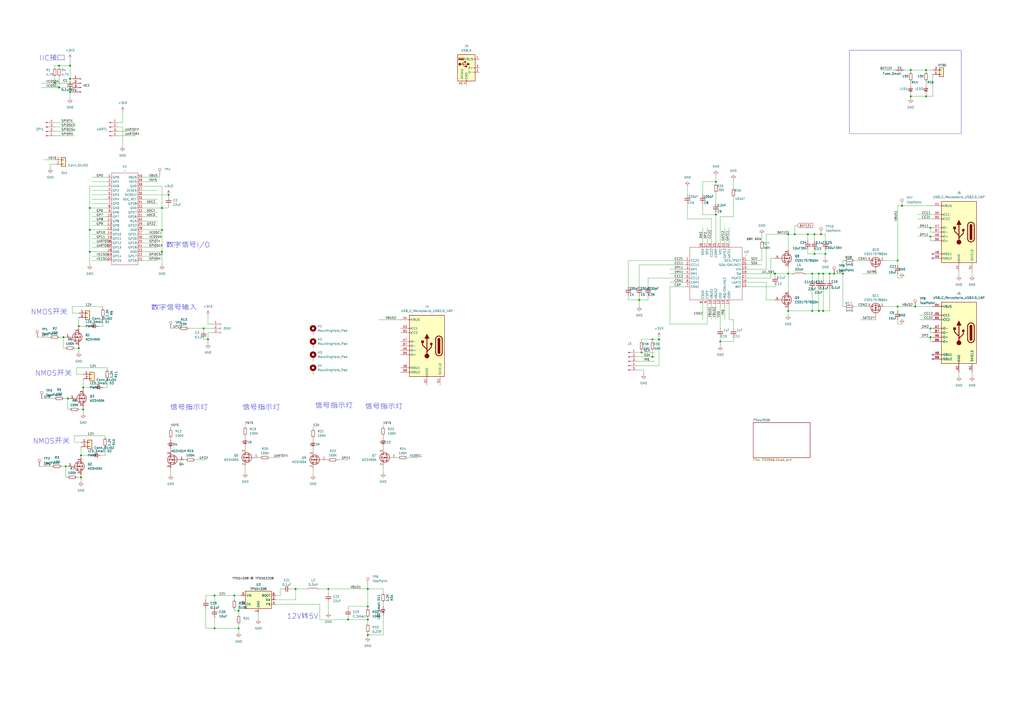
<source format=kicad_sch>
(kicad_sch (version 20231120) (generator "eeschema") (generator_version "8.0")
  (paper "A2")
  (lib_symbols
    (symbol "Connector:Conn_01x03_Socket" (pin_names (offset 1.016) hide)
      (property "Reference" "J" (at 0 5.08 0))
      (property "Value" "Conn_01x03_Socket" (at 0 -5.08 0))
      (symbol "Conn_01x03_Socket_1_1"
        (pin passive line (at -5.08 2.54 0) (length 3.81) (name "Pin_1") (number "1"))
        (pin passive line (at -5.08 0 0) (length 3.81) (name "Pin_2") (number "2"))
        (pin passive line (at -5.08 -2.54 0) (length 3.81) (name "Pin_3") (number "3"))
      )
    )
    (symbol "Connector:Conn_01x04_Pin" (pin_names (offset 1.016) hide)
      (property "Reference" "J" (at 0 5.08 0))
      (property "Value" "Conn_01x04_Pin" (at 0 -7.62 0))
      (symbol "Conn_01x04_Pin_1_1"
        (pin passive line (at 5.08 2.54 180) (length 3.81) (name "Pin_1") (number "1"))
        (pin passive line (at 5.08 0 180) (length 3.81) (name "Pin_2") (number "2"))
        (pin passive line (at 5.08 -2.54 180) (length 3.81) (name "Pin_3") (number "3"))
        (pin passive line (at 5.08 -5.08 180) (length 3.81) (name "Pin_4") (number "4"))
      )
    )
    (symbol "Connector:Conn_01x05_Pin" (pin_names (offset 1.016) hide)
      (property "Reference" "J" (at 0 7.62 0))
      (property "Value" "Conn_01x05_Pin" (at 0 -7.62 0))
      (symbol "Conn_01x05_Pin_1_1"
        (pin passive line (at 5.08 5.08 180) (length 3.81) (name "Pin_1") (number "1"))
        (pin passive line (at 5.08 2.54 180) (length 3.81) (name "Pin_2") (number "2"))
        (pin passive line (at 5.08 0 180) (length 3.81) (name "Pin_3") (number "3"))
        (pin passive line (at 5.08 -2.54 180) (length 3.81) (name "Pin_4") (number "4"))
        (pin passive line (at 5.08 -5.08 180) (length 3.81) (name "Pin_5") (number "5"))
      )
    )
    (symbol "Connector:TestPoint" (pin_numbers hide) (pin_names (offset 0.762) hide)
      (property "Reference" "TP" (at 0 6.858 0))
      (property "Value" "TestPoint" (at 0 5.08 0))
      (symbol "TestPoint_1_1"
        (pin passive line (at 0 0 90) (length 2.54) (name "1") (number "1"))
      )
    )
    (symbol "Connector:USB_A" (pin_names (offset 1.016))
      (property "Reference" "J" (at -5.08 11.43 0))
      (property "Value" "USB_A" (at -5.08 8.89 0))
      (symbol "USB_A_1_1"
        (pin power_in line (at 7.62 5.08 180) (length 2.54) (name "VBUS") (number "1"))
        (pin bidirectional line (at 7.62 -2.54 180) (length 2.54) (name "D-") (number "2"))
        (pin bidirectional line (at 7.62 0 180) (length 2.54) (name "D+") (number "3"))
        (pin power_in line (at 0 -10.16 90) (length 2.54) (name "GND") (number "4"))
        (pin passive line (at -2.54 -10.16 90) (length 2.54) (name "Shield") (number "5"))
      )
    )
    (symbol "Connector:USB_C_Receptacle_USB2.0_16P" (pin_names (offset 1.016))
      (property "Reference" "J" (at 0 22.225 0))
      (property "Value" "USB_C_Receptacle_USB2.0_16P" (at 0 19.685 0))
      (symbol "USB_C_Receptacle_USB2.0_16P_1_1"
        (pin passive line (at 0 -22.86 90) (length 5.08) (name "GND") (number "A1"))
        (pin passive line (at 0 -22.86 90) (length 5.08) hide (name "GND") (number "A12"))
        (pin passive line (at 15.24 15.24 180) (length 5.08) (name "VBUS") (number "A4"))
        (pin bidirectional line (at 15.24 10.16 180) (length 5.08) (name "CC1") (number "A5"))
        (pin bidirectional line (at 15.24 -2.54 180) (length 5.08) (name "D+") (number "A6"))
        (pin bidirectional line (at 15.24 2.54 180) (length 5.08) (name "D-") (number "A7"))
        (pin bidirectional line (at 15.24 -12.7 180) (length 5.08) (name "SBU1") (number "A8"))
        (pin passive line (at 15.24 15.24 180) (length 5.08) hide (name "VBUS") (number "A9"))
        (pin passive line (at 0 -22.86 90) (length 5.08) hide (name "GND") (number "B1"))
        (pin passive line (at 0 -22.86 90) (length 5.08) hide (name "GND") (number "B12"))
        (pin passive line (at 15.24 15.24 180) (length 5.08) hide (name "VBUS") (number "B4"))
        (pin bidirectional line (at 15.24 7.62 180) (length 5.08) (name "CC2") (number "B5"))
        (pin bidirectional line (at 15.24 -5.08 180) (length 5.08) (name "D+") (number "B6"))
        (pin bidirectional line (at 15.24 0 180) (length 5.08) (name "D-") (number "B7"))
        (pin bidirectional line (at 15.24 -15.24 180) (length 5.08) (name "SBU2") (number "B8"))
        (pin passive line (at 15.24 15.24 180) (length 5.08) hide (name "VBUS") (number "B9"))
        (pin passive line (at -7.62 -22.86 90) (length 5.08) (name "SHIELD") (number "S1"))
      )
    )
    (symbol "Connector_Generic:Conn_01x02" (pin_names (offset 1.016) hide)
      (property "Reference" "J" (at 0 2.54 0))
      (property "Value" "Conn_01x02" (at 0 -5.08 0))
      (symbol "Conn_01x02_1_1"
        (pin passive line (at -5.08 0 0) (length 3.81) (name "Pin_1") (number "1"))
        (pin passive line (at -5.08 -2.54 0) (length 3.81) (name "Pin_2") (number "2"))
      )
    )
    (symbol "Device:C_Small" (pin_numbers hide) (pin_names (offset 0.254) hide)
      (property "Reference" "C" (at 0.254 1.778 0))
      (property "Value" "C_Small" (at 0.254 -2.032 0))
      (symbol "C_Small_1_1"
        (pin passive line (at 0 2.54 270) (length 2.032) (name "~") (number "1"))
        (pin passive line (at 0 -2.54 90) (length 2.032) (name "~") (number "2"))
      )
    )
    (symbol "Device:Fuse_Small" (pin_numbers hide) (pin_names (offset 0.254) hide)
      (property "Reference" "F" (at 0 -1.524 0))
      (property "Value" "Fuse_Small" (at 0 1.524 0))
      (symbol "Fuse_Small_1_1"
        (pin passive line (at -2.54 0 0) (length 1.27) (name "~") (number "1"))
        (pin passive line (at 2.54 0 180) (length 1.27) (name "~") (number "2"))
      )
    )
    (symbol "Device:L" (pin_numbers hide) (pin_names (offset 1.016) hide)
      (property "Reference" "L" (at -1.27 0 90))
      (property "Value" "L" (at 1.905 0 90))
      (symbol "L_1_1"
        (pin passive line (at 0 3.81 270) (length 1.27) (name "1") (number "1"))
        (pin passive line (at 0 -3.81 90) (length 1.27) (name "2") (number "2"))
      )
    )
    (symbol "Device:LED_Small" (pin_numbers hide) (pin_names (offset 0.254) hide)
      (property "Reference" "D" (at -1.27 3.175 0))
      (property "Value" "LED_Small" (at -4.445 -2.54 0))
      (symbol "LED_Small_1_1"
        (pin passive line (at -2.54 0 0) (length 1.778) (name "K") (number "1"))
        (pin passive line (at 2.54 0 180) (length 1.778) (name "A") (number "2"))
      )
    )
    (symbol "Device:R_Small" (pin_numbers hide) (pin_names (offset 0.254) hide)
      (property "Reference" "R" (at 0.762 0.508 0))
      (property "Value" "R_Small" (at 0.762 -1.016 0))
      (symbol "R_Small_1_1"
        (pin passive line (at 0 2.54 270) (length 0.762) (name "~") (number "1"))
        (pin passive line (at 0 -2.54 90) (length 0.762) (name "~") (number "2"))
      )
    )
    (symbol "Mechanical:MountingHole_Pad" (pin_numbers hide) (pin_names (offset 1.016) hide)
      (property "Reference" "H" (at 0 6.35 0))
      (property "Value" "MountingHole_Pad" (at 0 4.445 0))
      (symbol "MountingHole_Pad_1_1"
        (pin input line (at 0 -2.54 90) (length 2.54) (name "1") (number "1"))
      )
    )
    (symbol "New_Library:RASPICO"
      (property "Reference" "U" (at 0 0 0))
      (symbol "RASPICO_1_1"
        (pin input line (at -2.54 -2.54 0) (length 2.54) (name "GP0") (number "1"))
        (pin input line (at -2.54 -25.4 0) (length 2.54) (name "GP7") (number "10"))
        (pin input line (at -2.54 -27.94 0) (length 2.54) (name "GP8") (number "11"))
        (pin input line (at -2.54 -30.48 0) (length 2.54) (name "GP9") (number "12"))
        (pin input line (at -2.54 -33.02 0) (length 2.54) (name "GND") (number "13"))
        (pin input line (at -2.54 -35.56 0) (length 2.54) (name "GP10") (number "14"))
        (pin input line (at -2.54 -38.1 0) (length 2.54) (name "GP11") (number "15"))
        (pin input line (at -2.54 -40.64 0) (length 2.54) (name "GP12") (number "16"))
        (pin input line (at -2.54 -43.18 0) (length 2.54) (name "GP13") (number "17"))
        (pin input line (at -2.54 -45.72 0) (length 2.54) (name "GND") (number "18"))
        (pin input line (at -2.54 -48.26 0) (length 2.54) (name "GP14") (number "19"))
        (pin input line (at -2.54 -5.08 0) (length 2.54) (name "GP1") (number "2"))
        (pin input line (at -2.54 -50.8 0) (length 2.54) (name "GP15") (number "20"))
        (pin input line (at 17.78 -50.8 180) (length 2.54) (name "GP16") (number "21"))
        (pin input line (at 17.78 -48.26 180) (length 2.54) (name "GP17") (number "22"))
        (pin input line (at 17.78 -45.72 180) (length 2.54) (name "GND") (number "23"))
        (pin input line (at 17.78 -43.18 180) (length 2.54) (name "GP18") (number "24"))
        (pin input line (at 17.78 -40.64 180) (length 2.54) (name "GP19") (number "25"))
        (pin input line (at 17.78 -38.1 180) (length 2.54) (name "GP20") (number "26"))
        (pin input line (at 17.78 -35.56 180) (length 2.54) (name "GP21") (number "27"))
        (pin input line (at 17.78 -33.02 180) (length 2.54) (name "GND") (number "28"))
        (pin input line (at 17.78 -30.48 180) (length 2.54) (name "GP22") (number "29"))
        (pin input line (at -2.54 -7.62 0) (length 2.54) (name "GND") (number "3"))
        (pin input line (at 17.78 -27.94 180) (length 2.54) (name "RUN") (number "30"))
        (pin input line (at 17.78 -25.4 180) (length 2.54) (name "GP26") (number "31"))
        (pin input line (at 17.78 -22.86 180) (length 2.54) (name "GP27") (number "32"))
        (pin input line (at 17.78 -20.32 180) (length 2.54) (name "GND") (number "33"))
        (pin input line (at 17.78 -17.78 180) (length 2.54) (name "GP28") (number "34"))
        (pin input line (at 17.78 -15.24 180) (length 2.54) (name "ADC_REF") (number "35"))
        (pin input line (at 17.78 -12.7 180) (length 2.54) (name "3V3OUT") (number "36"))
        (pin input line (at 17.78 -10.16 180) (length 2.54) (name "3V3EN") (number "37"))
        (pin input line (at 17.78 -7.62 180) (length 2.54) (name "GND") (number "38"))
        (pin input line (at 17.78 -5.08 180) (length 2.54) (name "VSYS") (number "39"))
        (pin input line (at -2.54 -10.16 0) (length 2.54) (name "GP2") (number "4"))
        (pin input line (at 17.78 -2.54 180) (length 2.54) (name "VBUS") (number "40"))
        (pin input line (at -2.54 -12.7 0) (length 2.54) (name "GP3") (number "5"))
        (pin input line (at -2.54 -15.24 0) (length 2.54) (name "GP4") (number "6"))
        (pin input line (at -2.54 -17.78 0) (length 2.54) (name "GP5") (number "7"))
        (pin input line (at -2.54 -20.32 0) (length 2.54) (name "GND") (number "8"))
        (pin input line (at -2.54 -22.86 0) (length 2.54) (name "GP6") (number "9"))
      )
    )
    (symbol "New_Library:SW3556"
      (property "Reference" "U" (at 0 0 0))
      (symbol "SW3556_1_1"
        (pin input line (at -2.54 -7.62 0) (length 2.54) (name "CC21") (number "1"))
        (pin input line (at 12.7 -33.02 90) (length 2.54) (name "VBUS1") (number "10"))
        (pin input line (at 15.24 -33.02 90) (length 2.54) (name "VBUS2") (number "11"))
        (pin input line (at 17.78 -33.02 90) (length 2.54) (name "VDD") (number "12"))
        (pin input line (at 20.32 -33.02 90) (length 2.54) (name "IRQ/ONLINE2") (number "13"))
        (pin input line (at 22.86 -33.02 90) (length 2.54) (name "VDRV") (number "14"))
        (pin input line (at 33.02 -22.86 180) (length 2.54) (name "BST") (number "15"))
        (pin input line (at 33.02 -20.32 180) (length 2.54) (name "LGATE") (number "16"))
        (pin input line (at 33.02 -17.78 180) (length 2.54) (name "HGATE") (number "17"))
        (pin input line (at 33.02 -15.24 180) (length 2.54) (name "SW") (number "18"))
        (pin input line (at 33.02 -12.7 180) (length 2.54) (name "VIN") (number "19"))
        (pin input line (at -2.54 -10.16 0) (length 2.54) (name "CC11") (number "2"))
        (pin input line (at 33.02 -10.16 180) (length 2.54) (name "SDA/ONLINE1") (number "20"))
        (pin input line (at 33.02 -7.62 180) (length 2.54) (name "SCK/PSET") (number "21"))
        (pin input line (at 22.86 2.54 270) (length 2.54) (name "GATE1") (number "22"))
        (pin input line (at 20.32 2.54 270) (length 2.54) (name "GATE2") (number "23"))
        (pin input line (at 17.78 2.54 270) (length 2.54) (name "NTC") (number "24"))
        (pin input line (at 15.24 2.54 270) (length 2.54) (name "COMP") (number "25"))
        (pin input line (at 12.7 2.54 270) (length 2.54) (name "CC22") (number "26"))
        (pin input line (at 10.16 2.54 270) (length 2.54) (name "DP2") (number "27"))
        (pin input line (at 7.62 2.54 270) (length 2.54) (name "DM2") (number "28"))
        (pin input line (at -2.54 -12.7 0) (length 2.54) (name "DP1") (number "3"))
        (pin input line (at -2.54 -15.24 0) (length 2.54) (name "DM1") (number "4"))
        (pin input line (at -2.54 -17.78 0) (length 2.54) (name "CC12") (number "5"))
        (pin input line (at -2.54 -20.32 0) (length 2.54) (name "CSP1") (number "6"))
        (pin input line (at -2.54 -22.86 0) (length 2.54) (name "CSN1") (number "7"))
        (pin input line (at 7.62 -33.02 90) (length 2.54) (name "CSN2") (number "8"))
        (pin input line (at 10.16 -33.02 90) (length 2.54) (name "CSP2") (number "9"))
      )
    )
    (symbol "Regulator_Switching:TPS54308"
      (property "Reference" "U" (at -7.62 6.35 0))
      (property "Value" "TPS54308" (at 0 6.35 0))
      (symbol "TPS54308_1_1"
        (pin power_in line (at 0 -7.62 90) (length 2.54) (name "GND") (number "1"))
        (pin power_out line (at 10.16 0 180) (length 2.54) (name "SW") (number "2"))
        (pin power_in line (at -10.16 2.54 0) (length 2.54) (name "VIN") (number "3"))
        (pin input line (at 10.16 -2.54 180) (length 2.54) (name "FB") (number "4"))
        (pin input line (at -10.16 -2.54 0) (length 2.54) (name "EN") (number "5"))
        (pin passive line (at 10.16 2.54 180) (length 2.54) (name "BOOT") (number "6"))
      )
    )
    (symbol "Transistor_FET:AO3400A" (pin_names hide)
      (property "Reference" "Q" (at 5.08 1.905 0))
      (property "Value" "AO3400A" (at 5.08 0 0))
      (symbol "AO3400A_1_1"
        (pin input line (at -5.08 0 0) (length 2.54) (name "G") (number "1"))
        (pin passive line (at 2.54 -5.08 90) (length 2.54) (name "S") (number "2"))
        (pin passive line (at 2.54 5.08 270) (length 2.54) (name "D") (number "3"))
      )
    )
    (symbol "Transistor_FET:AO3401A" (pin_names hide)
      (property "Reference" "Q" (at 5.08 1.905 0))
      (property "Value" "AO3401A" (at 5.08 0 0))
      (symbol "AO3401A_1_1"
        (pin input line (at -5.08 0 0) (length 2.54) (name "G") (number "1"))
        (pin passive line (at 2.54 -5.08 90) (length 2.54) (name "S") (number "2"))
        (pin passive line (at 2.54 5.08 270) (length 2.54) (name "D") (number "3"))
      )
    )
    (symbol "Transistor_FET:CSD17578Q5A" (pin_names hide)
      (property "Reference" "Q" (at 5.08 1.905 0))
      (property "Value" "CSD17578Q5A" (at 5.08 0 0))
      (symbol "CSD17578Q5A_1_1"
        (pin passive line (at 2.54 -5.08 90) (length 2.54) (name "S") (number "1"))
        (pin passive line (at 2.54 -5.08 90) (length 2.54) hide (name "S") (number "2"))
        (pin passive line (at 2.54 -5.08 90) (length 2.54) hide (name "S") (number "3"))
        (pin passive line (at -5.08 0 0) (length 2.54) (name "G") (number "4"))
        (pin passive line (at 2.54 5.08 270) (length 2.54) (name "D") (number "5"))
      )
    )
    (symbol "power:+3V3" (power) (pin_names (offset 0))
      (property "Value" "+3V3" (at 0 3.556 0))
      (symbol "+3V3_1_1"
        (pin power_in line (at 0 0 90) (length 0) hide (name "+3V3") (number "1"))
      )
    )
    (symbol "power:GND" (power) (pin_names (offset 0))
      (property "Value" "GND" (at 0 -3.81 0))
      (symbol "GND_1_1"
        (pin power_in line (at 0 0 270) (length 0) hide (name "GND") (number "1"))
      )
    )
  )
  (junction (at 138.43 364.49))
  (junction (at 52.07 133.35))
  (junction (at 213.36 368.3))
  (junction (at 457.2 158.75))
  (junction (at 372.11 204.47))
  (junction (at 523.24 119.38))
  (junction (at 124.46 345.44))
  (junction (at 481.33 158.75))
  (junction (at 38.1 270.51))
  (junction (at 539.75 195.58))
  (junction (at 472.44 135.89))
  (junction (at 34.29 50.8))
  (junction (at 537.21 55.88))
  (junction (at 93.98 133.35))
  (junction (at 370.84 173.99))
  (junction (at 488.95 158.75))
  (junction (at 93.98 120.65))
  (junction (at 457.2 180.34))
  (junction (at 213.36 351.79))
  (junction (at 52.07 120.65))
  (junction (at 46.99 264.16))
  (junction (at 539.75 132.08))
  (junction (at 45.72 201.93))
  (junction (at 477.52 158.75))
  (junction (at 461.01 135.89))
  (junction (at 46.99 276.86))
  (junction (at 120.65 196.85))
  (junction (at 476.25 135.89))
  (junction (at 190.5 341.63))
  (junction (at 378.46 207.01))
  (junction (at 539.75 190.5))
  (junction (at 118.11 190.5))
  (junction (at 471.17 180.34))
  (junction (at 45.72 189.23))
  (junction (at 31.75 48.26))
  (junction (at 483.87 158.75))
  (junction (at 382.27 196.85))
  (junction (at 539.75 137.16))
  (junction (at 520.7 151.13))
  (junction (at 474.98 158.75))
  (junction (at 468.63 135.89))
  (junction (at 48.26 224.79))
  (junction (at 36.83 195.58))
  (junction (at 474.98 180.34))
  (junction (at 171.45 341.63))
  (junction (at 213.36 341.63))
  (junction (at 472.44 147.32))
  (junction (at 48.26 237.49))
  (junction (at 97.79 113.03))
  (junction (at 449.58 158.75))
  (junction (at 478.79 147.32))
  (junction (at 530.86 177.8))
  (junction (at 34.29 38.1))
  (junction (at 477.52 180.34))
  (junction (at 135.89 345.44))
  (junction (at 40.64 38.1))
  (junction (at 138.43 354.33))
  (junction (at 415.29 124.46))
  (junction (at 537.21 40.64))
  (junction (at 528.32 55.88))
  (junction (at 415.29 105.41))
  (junction (at 201.93 359.41))
  (junction (at 528.32 40.64))
  (junction (at 52.07 146.05))
  (junction (at 93.98 146.05))
  (junction (at 40.64 53.34))
  (junction (at 124.46 364.49))
  (junction (at 39.37 231.14))
  (junction (at 213.36 359.41))
  (junction (at 471.17 158.75))
  (junction (at 378.46 196.85))
  (junction (at 417.83 198.12))
  (junction (at 457.2 135.89))
  (junction (at 520.7 177.8))
  (junction (at 40.64 45.72))
  (no_connect (at 541.02 149.86))
  (no_connect (at 541.02 208.28))
  (no_connect (at 541.02 205.74))
  (no_connect (at 541.02 147.32))
  (wire (pts (xy 533.4 185.42) (xy 541.02 185.42)))
  (wire (pts (xy 513.08 177.8) (xy 520.7 177.8)))
  (wire (pts (xy 222.25 252.73) (xy 222.25 254)))
  (wire (pts (xy 185.42 359.41) (xy 201.93 359.41)))
  (wire (pts (xy 109.22 190.5) (xy 118.11 190.5)))
  (wire (pts (xy 142.24 252.73) (xy 142.24 254)))
  (wire (pts (xy 171.45 347.98) (xy 171.45 341.63)))
  (wire (pts (xy 563.88 157.48) (xy 563.88 160.02)))
  (wire (pts (xy 477.52 180.34) (xy 474.98 180.34)))
  (wire (pts (xy 425.45 198.12) (xy 417.83 198.12)))
  (wire (pts (xy 46.99 276.86) (xy 46.99 279.4)))
  (wire (pts (xy 213.36 341.63) (xy 213.36 351.79)))
  (wire (pts (xy 53.34 105.41) (xy 62.23 105.41)))
  (wire (pts (xy 201.93 351.79) (xy 201.93 353.06)))
  (wire (pts (xy 524.51 40.64) (xy 528.32 40.64)))
  (wire (pts (xy 378.46 196.85) (xy 382.27 196.85)))
  (wire (pts (xy 82.55 133.35) (xy 93.98 133.35)))
  (wire (pts (xy 457.2 135.89) (xy 457.2 144.78)))
  (wire (pts (xy 31.75 95.25) (xy 29.21 95.25)))
  (wire (pts (xy 537.21 55.88) (xy 541.02 55.88)))
  (wire (pts (xy 528.32 55.88) (xy 537.21 55.88)))
  (wire (pts (xy 46.99 264.16) (xy 53.34 264.16)))
  (wire (pts (xy 528.32 46.99) (xy 528.32 49.53)))
  (wire (pts (xy 407.67 140.97) (xy 407.67 132.08)))
  (wire (pts (xy 53.34 140.97) (xy 62.23 140.97)))
  (wire (pts (xy 59.69 189.23) (xy 57.15 189.23)))
  (wire (pts (xy 425.45 190.5) (xy 425.45 185.42)))
  (wire (pts (xy 92.71 101.6) (xy 92.71 102.87)))
  (wire (pts (xy 407.67 185.42) (xy 407.67 176.53)))
  (wire (pts (xy 222.25 259.08) (xy 222.25 260.35)))
  (wire (pts (xy 97.79 119.38) (xy 97.79 120.65)))
  (wire (pts (xy 59.69 184.15) (xy 59.69 189.23)))
  (wire (pts (xy 520.7 177.8) (xy 530.86 177.8)))
  (wire (pts (xy 528.32 40.64) (xy 537.21 40.64)))
  (wire (pts (xy 537.21 46.99) (xy 537.21 49.53)))
  (wire (pts (xy 82.55 128.27) (xy 91.44 128.27)))
  (wire (pts (xy 43.18 256.54) (xy 46.99 256.54)))
  (wire (pts (xy 533.4 190.5) (xy 539.75 190.5)))
  (wire (pts (xy 53.34 102.87) (xy 62.23 102.87)))
  (wire (pts (xy 41.91 45.72) (xy 40.64 45.72)))
  (wire (pts (xy 417.83 125.73) (xy 417.83 140.97)))
  (wire (pts (xy 441.96 151.13) (xy 433.07 151.13)))
  (wire (pts (xy 45.72 184.15) (xy 45.72 189.23)))
  (wire (pts (xy 82.55 102.87) (xy 92.71 102.87)))
  (wire (pts (xy 444.5 156.21) (xy 444.5 135.89)))
  (wire (pts (xy 222.25 246.38) (xy 222.25 247.65)))
  (wire (pts (xy 537.21 40.64) (xy 541.02 40.64)))
  (wire (pts (xy 364.49 151.13) (xy 397.51 151.13)))
  (wire (pts (xy 222.25 356.87) (xy 222.25 368.3)))
  (wire (pts (xy 45.72 201.93) (xy 45.72 204.47)))
  (wire (pts (xy 52.07 133.35) (xy 62.23 133.35)))
  (wire (pts (xy 415.29 111.76) (xy 415.29 118.11)))
  (wire (pts (xy 119.38 345.44) (xy 124.46 345.44)))
  (wire (pts (xy 53.34 128.27) (xy 62.23 128.27)))
  (wire (pts (xy 62.23 219.71) (xy 62.23 224.79)))
  (wire (pts (xy 481.33 158.75) (xy 477.52 158.75)))
  (wire (pts (xy 201.93 351.79) (xy 213.36 351.79)))
  (wire (pts (xy 45.72 200.66) (xy 45.72 201.93)))
  (wire (pts (xy 433.07 163.83) (xy 444.5 163.83)))
  (wire (pts (xy 48.26 224.79) (xy 48.26 226.06)))
  (wire (pts (xy 68.58 73.66) (xy 71.12 73.66)))
  (wire (pts (xy 120.65 196.85) (xy 120.65 199.39)))
  (wire (pts (xy 123.19 193.04) (xy 120.65 193.04)))
  (wire (pts (xy 477.52 158.75) (xy 474.98 158.75)))
  (wire (pts (xy 415.29 176.53) (xy 415.29 185.42)))
  (wire (pts (xy 471.17 158.75) (xy 467.36 158.75)))
  (wire (pts (xy 378.46 196.85) (xy 372.11 196.85)))
  (wire (pts (xy 523.24 119.38) (xy 520.7 119.38)))
  (wire (pts (xy 490.22 177.8) (xy 488.95 177.8)))
  (wire (pts (xy 46.99 275.59) (xy 46.99 276.86)))
  (wire (pts (xy 213.36 359.41) (xy 213.36 361.95)))
  (wire (pts (xy 500.38 158.75) (xy 508 158.75)))
  (wire (pts (xy 185.42 341.63) (xy 190.5 341.63)))
  (wire (pts (xy 38.1 270.51) (xy 39.37 270.51)))
  (wire (pts (xy 370.84 173.99) (xy 370.84 177.8)))
  (wire (pts (xy 236.22 265.43) (xy 242.57 265.43)))
  (wire (pts (xy 481.33 158.75) (xy 483.87 158.75)))
  (wire (pts (xy 563.88 215.9) (xy 563.88 218.44)))
  (wire (pts (xy 163.83 341.63) (xy 162.56 341.63)))
  (wire (pts (xy 539.75 137.16) (xy 541.02 137.16)))
  (wire (pts (xy 82.55 110.49) (xy 91.44 110.49)))
  (wire (pts (xy 43.18 252.73) (xy 43.18 256.54)))
  (wire (pts (xy 82.55 143.51) (xy 91.44 143.51)))
  (wire (pts (xy 82.55 113.03) (xy 97.79 113.03)))
  (wire (pts (xy 528.32 40.64) (xy 528.32 41.91)))
  (wire (pts (xy 93.98 146.05) (xy 93.98 153.67)))
  (wire (pts (xy 229.87 265.43) (xy 231.14 265.43)))
  (wire (pts (xy 213.36 339.09) (xy 213.36 341.63)))
  (wire (pts (xy 35.56 270.51) (xy 38.1 270.51)))
  (wire (pts (xy 474.98 158.75) (xy 471.17 158.75)))
  (wire (pts (xy 444.5 163.83) (xy 444.5 173.99)))
  (wire (pts (xy 520.7 158.75) (xy 520.7 161.29)))
  (wire (pts (xy 537.21 40.64) (xy 537.21 41.91)))
  (wire (pts (xy 71.12 64.77) (xy 71.12 71.12)))
  (wire (pts (xy 160.02 347.98) (xy 171.45 347.98)))
  (wire (pts (xy 468.63 144.78) (xy 468.63 147.32)))
  (wire (pts (xy 24.13 50.8) (xy 34.29 50.8)))
  (wire (pts (xy 119.38 353.06) (xy 119.38 364.49)))
  (wire (pts (xy 120.65 193.04) (xy 120.65 196.85)))
  (wire (pts (xy 541.02 193.04) (xy 539.75 193.04)))
  (wire (pts (xy 34.29 195.58) (xy 36.83 195.58)))
  (wire (pts (xy 21.59 195.58) (xy 29.21 195.58)))
  (wire (pts (xy 533.4 182.88) (xy 541.02 182.88)))
  (wire (pts (xy 168.91 341.63) (xy 171.45 341.63)))
  (wire (pts (xy 118.11 196.85) (xy 120.65 196.85)))
  (wire (pts (xy 48.26 236.22) (xy 48.26 237.49)))
  (wire (pts (xy 53.34 125.73) (xy 62.23 125.73)))
  (wire (pts (xy 477.52 162.56) (xy 477.52 158.75)))
  (wire (pts (xy 123.19 187.96) (xy 120.65 187.96)))
  (wire (pts (xy 48.26 219.71) (xy 48.26 224.79)))
  (wire (pts (xy 410.21 187.96) (xy 388.62 187.96)))
  (wire (pts (xy 36.83 195.58) (xy 38.1 195.58)))
  (wire (pts (xy 417.83 198.12) (xy 417.83 200.66)))
  (wire (pts (xy 44.45 276.86) (xy 46.99 276.86)))
  (wire (pts (xy 31.75 44.45) (xy 31.75 48.26)))
  (wire (pts (xy 472.44 135.89) (xy 468.63 135.89)))
  (wire (pts (xy 213.36 367.03) (xy 213.36 368.3)))
  (wire (pts (xy 528.32 55.88) (xy 528.32 57.15)))
  (wire (pts (xy 375.92 161.29) (xy 375.92 166.37)))
  (wire (pts (xy 53.34 110.49) (xy 62.23 110.49)))
  (wire (pts (xy 478.79 135.89) (xy 476.25 135.89)))
  (wire (pts (xy 415.29 123.19) (xy 415.29 124.46)))
  (wire (pts (xy 457.2 158.75) (xy 457.2 168.91)))
  (wire (pts (xy 34.29 39.37) (xy 34.29 38.1)))
  (wire (pts (xy 53.34 115.57) (xy 62.23 115.57)))
  (wire (pts (xy 382.27 196.85) (xy 382.27 212.09)))
  (wire (pts (xy 120.65 187.96) (xy 120.65 182.88)))
  (wire (pts (xy 82.55 123.19) (xy 91.44 123.19)))
  (wire (pts (xy 468.63 139.7) (xy 468.63 135.89)))
  (wire (pts (xy 124.46 345.44) (xy 135.89 345.44)))
  (wire (pts (xy 370.84 153.67) (xy 397.51 153.67)))
  (wire (pts (xy 372.11 196.85) (xy 372.11 198.12)))
  (wire (pts (xy 190.5 341.63) (xy 213.36 341.63)))
  (wire (pts (xy 422.91 140.97) (xy 422.91 132.08)))
  (wire (pts (xy 539.75 134.62) (xy 539.75 132.08)))
  (wire (pts (xy 31.75 73.66) (xy 43.18 73.66)))
  (wire (pts (xy 556.26 157.48) (xy 556.26 160.02)))
  (wire (pts (xy 99.06 254) (xy 99.06 255.27)))
  (wire (pts (xy 457.2 180.34) (xy 457.2 182.88)))
  (wire (pts (xy 62.23 224.79) (xy 59.69 224.79)))
  (wire (pts (xy 106.68 266.7) (xy 107.95 266.7)))
  (wire (pts (xy 82.55 107.95) (xy 93.98 107.95)))
  (wire (pts (xy 46.99 259.08) (xy 46.99 264.16)))
  (wire (pts (xy 433.07 153.67) (xy 441.96 153.67)))
  (wire (pts (xy 53.34 151.13) (xy 62.23 151.13)))
  (wire (pts (xy 477.52 167.64) (xy 477.52 180.34)))
  (wire (pts (xy 124.46 345.44) (xy 124.46 353.06)))
  (wire (pts (xy 412.75 127) (xy 412.75 140.97)))
  (wire (pts (xy 457.2 179.07) (xy 457.2 180.34)))
  (wire (pts (xy 25.4 92.71) (xy 31.75 92.71)))
  (wire (pts (xy 222.25 270.51) (xy 222.25 274.32)))
  (wire (pts (xy 124.46 358.14) (xy 124.46 364.49)))
  (wire (pts (xy 539.75 139.7) (xy 539.75 137.16)))
  (wire (pts (xy 124.46 364.49) (xy 119.38 364.49)))
  (wire (pts (xy 181.61 247.65) (xy 181.61 248.92)))
  (wire (pts (xy 369.57 214.63) (xy 373.38 214.63)))
  (wire (pts (xy 190.5 349.25) (xy 190.5 355.6)))
  (wire (pts (xy 541.02 43.18) (xy 541.02 55.88)))
  (wire (pts (xy 471.17 167.64) (xy 471.17 180.34)))
  (wire (pts (xy 97.79 113.03) (xy 97.79 114.3)))
  (wire (pts (xy 539.75 195.58) (xy 541.02 195.58)))
  (wire (pts (xy 425.45 185.42) (xy 422.91 185.42)))
  (wire (pts (xy 97.79 120.65) (xy 93.98 120.65)))
  (wire (pts (xy 82.55 120.65) (xy 93.98 120.65)))
  (wire (pts (xy 449.58 158.75) (xy 457.2 158.75)))
  (wire (pts (xy 471.17 162.56) (xy 471.17 158.75)))
  (wire (pts (xy 449.58 158.75) (xy 449.58 160.02)))
  (wire (pts (xy 53.34 143.51) (xy 62.23 143.51)))
  (wire (pts (xy 52.07 146.05) (xy 62.23 146.05)))
  (wire (pts (xy 93.98 133.35) (xy 93.98 146.05)))
  (wire (pts (xy 138.43 350.52) (xy 138.43 354.33)))
  (wire (pts (xy 40.64 45.72) (xy 40.64 38.1)))
  (wire (pts (xy 425.45 114.3) (xy 425.45 125.73)))
  (wire (pts (xy 181.61 260.35) (xy 181.61 261.62)))
  (wire (pts (xy 82.55 151.13) (xy 91.44 151.13)))
  (wire (pts (xy 369.57 212.09) (xy 382.27 212.09)))
  (wire (pts (xy 135.89 353.06) (xy 135.89 354.33)))
  (wire (pts (xy 422.91 185.42) (xy 422.91 176.53)))
  (wire (pts (xy 82.55 140.97) (xy 91.44 140.97)))
  (wire (pts (xy 24.13 231.14) (xy 31.75 231.14)))
  (wire (pts (xy 99.06 271.78) (xy 99.06 275.59)))
  (wire (pts (xy 48.26 237.49) (xy 48.26 240.03)))
  (wire (pts (xy 520.7 161.29) (xy 523.24 161.29)))
  (wire (pts (xy 185.42 350.52) (xy 185.42 359.41)))
  (wire (pts (xy 520.7 153.67) (xy 520.7 151.13)))
  (wire (pts (xy 478.79 147.32) (xy 478.79 149.86)))
  (wire (pts (xy 410.21 132.08) (xy 410.21 140.97)))
  (wire (pts (xy 462.28 130.81) (xy 461.01 130.81)))
  (wire (pts (xy 457.2 158.75) (xy 459.74 158.75)))
  (wire (pts (xy 474.98 167.64) (xy 474.98 180.34)))
  (wire (pts (xy 441.96 135.89) (xy 441.96 139.7)))
  (wire (pts (xy 189.23 266.7) (xy 190.5 266.7)))
  (wire (pts (xy 447.04 161.29) (xy 447.04 149.86)))
  (wire (pts (xy 201.93 359.41) (xy 213.36 359.41)))
  (wire (pts (xy 82.55 146.05) (xy 93.98 146.05)))
  (wire (pts (xy 68.58 78.74) (xy 78.74 78.74)))
  (wire (pts (xy 31.75 39.37) (xy 31.75 38.1)))
  (wire (pts (xy 375.92 171.45) (xy 375.92 173.99)))
  (wire (pts (xy 471.17 180.34) (xy 457.2 180.34)))
  (wire (pts (xy 113.03 266.7) (xy 119.38 266.7)))
  (wire (pts (xy 372.11 203.2) (xy 372.11 204.47)))
  (wire (pts (xy 441.96 144.78) (xy 441.96 151.13)))
  (wire (pts (xy 417.83 195.58) (xy 417.83 198.12)))
  (wire (pts (xy 373.38 214.63) (xy 373.38 217.17)))
  (wire (pts (xy 425.45 125.73) (xy 417.83 125.73)))
  (wire (pts (xy 474.98 158.75) (xy 474.98 162.56)))
  (wire (pts (xy 52.07 133.35) (xy 52.07 146.05)))
  (wire (pts (xy 539.75 198.12) (xy 539.75 195.58)))
  (wire (pts (xy 82.55 135.89) (xy 91.44 135.89)))
  (wire (pts (xy 375.92 173.99) (xy 370.84 173.99)))
  (wire (pts (xy 40.64 46.99) (xy 40.64 45.72)))
  (wire (pts (xy 478.79 139.7) (xy 478.79 135.89)))
  (wire (pts (xy 34.29 38.1) (xy 40.64 38.1)))
  (wire (pts (xy 398.78 127) (xy 398.78 118.11)))
  (wire (pts (xy 31.75 71.12) (xy 43.18 71.12)))
  (wire (pts (xy 433.07 156.21) (xy 444.5 156.21)))
  (wire (pts (xy 499.11 185.42) (xy 508 185.42)))
  (wire (pts (xy 39.37 237.49) (xy 39.37 231.14)))
  (wire (pts (xy 53.34 130.81) (xy 62.23 130.81)))
  (wire (pts (xy 530.86 177.8) (xy 541.02 177.8)))
  (wire (pts (xy 93.98 120.65) (xy 93.98 133.35)))
  (wire (pts (xy 444.5 173.99) (xy 449.58 173.99)))
  (wire (pts (xy 533.4 195.58) (xy 539.75 195.58)))
  (wire (pts (xy 425.45 104.14) (xy 425.45 109.22)))
  (wire (pts (xy 31.75 78.74) (xy 43.18 78.74)))
  (wire (pts (xy 520.7 177.8) (xy 520.7 180.34)))
  (wire (pts (xy 541.02 119.38) (xy 523.24 119.38)))
  (wire (pts (xy 53.34 123.19) (xy 62.23 123.19)))
  (wire (pts (xy 444.5 135.89) (xy 457.2 135.89)))
  (wire (pts (xy 29.21 95.25) (xy 29.21 97.79)))
  (wire (pts (xy 40.64 53.34) (xy 40.64 57.15)))
  (wire (pts (xy 82.55 125.73) (xy 91.44 125.73)))
  (wire (pts (xy 364.49 151.13) (xy 364.49 166.37)))
  (wire (pts (xy 138.43 354.33) (xy 138.43 356.87)))
  (wire (pts (xy 222.25 341.63) (xy 222.25 344.17)))
  (wire (pts (xy 99.06 247.65) (xy 99.06 248.92)))
  (wire (pts (xy 195.58 266.7) (xy 201.93 266.7)))
  (wire (pts (xy 488.95 177.8) (xy 488.95 158.75)))
  (wire (pts (xy 219.71 185.42) (xy 232.41 185.42)))
  (wire (pts (xy 417.83 176.53) (xy 417.83 190.5)))
  (wire (pts (xy 481.33 162.56) (xy 481.33 158.75)))
  (wire (pts (xy 41.91 177.8) (xy 59.69 177.8)))
  (wire (pts (xy 68.58 76.2) (xy 78.74 76.2)))
  (wire (pts (xy 39.37 276.86) (xy 38.1 276.86)))
  (wire (pts (xy 532.13 137.16) (xy 539.75 137.16)))
  (wire (pts (xy 40.64 52.07) (xy 40.64 53.34)))
  (wire (pts (xy 407.67 113.03) (xy 407.67 105.41)))
  (wire (pts (xy 34.29 44.45) (xy 34.29 50.8)))
  (wire (pts (xy 541.02 134.62) (xy 539.75 134.62)))
  (wire (pts (xy 71.12 71.12) (xy 68.58 71.12)))
  (wire (pts (xy 52.07 107.95) (xy 62.23 107.95)))
  (wire (pts (xy 495.3 177.8) (xy 502.92 177.8)))
  (wire (pts (xy 38.1 201.93) (xy 36.83 201.93)))
  (wire (pts (xy 135.89 354.33) (xy 138.43 354.33)))
  (wire (pts (xy 99.06 260.35) (xy 99.06 261.62)))
  (wire (pts (xy 541.02 139.7) (xy 539.75 139.7)))
  (wire (pts (xy 99.06 190.5) (xy 104.14 190.5)))
  (wire (pts (xy 213.36 351.79) (xy 213.36 353.06)))
  (wire (pts (xy 149.86 265.43) (xy 151.13 265.43)))
  (wire (pts (xy 44.45 213.36) (xy 62.23 213.36)))
  (wire (pts (xy 82.55 115.57) (xy 91.44 115.57)))
  (wire (pts (xy 410.21 176.53) (xy 410.21 187.96)))
  (wire (pts (xy 93.98 107.95) (xy 93.98 120.65)))
  (wire (pts (xy 41.91 177.8) (xy 41.91 181.61)))
  (wire (pts (xy 539.75 132.08) (xy 541.02 132.08)))
  (wire (pts (xy 53.34 148.59) (xy 62.23 148.59)))
  (wire (pts (xy 52.07 107.95) (xy 52.07 120.65)))
  (wire (pts (xy 539.75 190.5) (xy 541.02 190.5)))
  (wire (pts (xy 44.45 213.36) (xy 44.45 217.17)))
  (wire (pts (xy 375.92 161.29) (xy 397.51 161.29)))
  (wire (pts (xy 369.57 204.47) (xy 372.11 204.47)))
  (wire (pts (xy 457.2 135.89) (xy 461.01 135.89)))
  (wire (pts (xy 156.21 265.43) (xy 162.56 265.43)))
  (wire (pts (xy 532.13 132.08) (xy 539.75 132.08)))
  (wire (pts (xy 44.45 217.17) (xy 48.26 217.17)))
  (wire (pts (xy 378.46 207.01) (xy 379.73 207.01)))
  (wire (pts (xy 34.29 50.8) (xy 41.91 50.8)))
  (wire (pts (xy 378.46 198.12) (xy 378.46 196.85)))
  (wire (pts (xy 213.36 341.63) (xy 222.25 341.63)))
  (wire (pts (xy 495.3 151.13) (xy 502.92 151.13)))
  (wire (pts (xy 59.69 177.8) (xy 59.69 179.07)))
  (wire (pts (xy 82.55 138.43) (xy 91.44 138.43)))
  (wire (pts (xy 40.64 53.34) (xy 41.91 53.34)))
  (wire (pts (xy 364.49 173.99) (xy 370.84 173.99)))
  (wire (pts (xy 31.75 76.2) (xy 43.18 76.2)))
  (wire (pts (xy 433.07 158.75) (xy 449.58 158.75)))
  (wire (pts (xy 41.91 181.61) (xy 45.72 181.61)))
  (wire (pts (xy 472.44 147.32) (xy 478.79 147.32)))
  (wire (pts (xy 388.62 163.83) (xy 397.51 163.83)))
  (wire (pts (xy 60.96 264.16) (xy 58.42 264.16)))
  (wire (pts (xy 135.89 345.44) (xy 135.89 347.98)))
  (wire (pts (xy 82.55 148.59) (xy 91.44 148.59)))
  (wire (pts (xy 82.55 118.11) (xy 91.44 118.11)))
  (wire (pts (xy 488.95 151.13) (xy 490.22 151.13)))
  (wire (pts (xy 53.34 138.43) (xy 62.23 138.43)))
  (wire (pts (xy 478.79 147.32) (xy 478.79 144.78)))
  (wire (pts (xy 472.44 139.7) (xy 472.44 135.89)))
  (wire (pts (xy 171.45 341.63) (xy 177.8 341.63)))
  (wire (pts (xy 510.54 40.64) (xy 519.43 40.64)))
  (wire (pts (xy 138.43 364.49) (xy 138.43 367.03)))
  (wire (pts (xy 412.75 185.42) (xy 412.75 176.53)))
  (wire (pts (xy 222.25 349.25) (xy 222.25 351.79)))
  (wire (pts (xy 139.7 350.52) (xy 138.43 350.52)))
  (wire (pts (xy 36.83 201.93) (xy 36.83 195.58)))
  (wire (pts (xy 162.56 345.44) (xy 160.02 345.44)))
  (wire (pts (xy 461.01 135.89) (xy 468.63 135.89)))
  (wire (pts (xy 52.07 120.65) (xy 52.07 133.35)))
  (wire (pts (xy 142.24 246.38) (xy 142.24 247.65)))
  (wire (pts (xy 43.18 201.93) (xy 45.72 201.93)))
  (wire (pts (xy 24.13 48.26) (xy 31.75 48.26)))
  (wire (pts (xy 532.13 124.46) (xy 541.02 124.46)))
  (wire (pts (xy 415.29 101.6) (xy 415.29 105.41)))
  (wire (pts (xy 483.87 158.75) (xy 488.95 158.75)))
  (wire (pts (xy 556.26 215.9) (xy 556.26 218.44)))
  (wire (pts (xy 476.25 135.89) (xy 472.44 135.89)))
  (wire (pts (xy 31.75 38.1) (xy 34.29 38.1)))
  (wire (pts (xy 135.89 345.44) (xy 139.7 345.44)))
  (wire (pts (xy 537.21 54.61) (xy 537.21 55.88)))
  (wire (pts (xy 138.43 361.95) (xy 138.43 364.49)))
  (wire (pts (xy 468.63 147.32) (xy 472.44 147.32)))
  (wire (pts (xy 481.33 180.34) (xy 477.52 180.34)))
  (wire (pts (xy 433.07 166.37) (xy 449.58 166.37)))
  (wire (pts (xy 213.36 368.3) (xy 213.36 369.57)))
  (wire (pts (xy 388.62 166.37) (xy 397.51 166.37)))
  (wire (pts (xy 43.18 252.73) (xy 60.96 252.73)))
  (wire (pts (xy 39.37 231.14) (xy 40.64 231.14)))
  (wire (pts (xy 40.64 237.49) (xy 39.37 237.49)))
  (wire (pts (xy 520.7 185.42) (xy 520.7 187.96)))
  (wire (pts (xy 53.34 113.03) (xy 62.23 113.03)))
  (wire (pts (xy 38.1 276.86) (xy 38.1 270.51)))
  (wire (pts (xy 425.45 195.58) (xy 425.45 198.12)))
  (wire (pts (xy 52.07 120.65) (xy 62.23 120.65)))
  (wire (pts (xy 520.7 151.13) (xy 513.08 151.13)))
  (wire (pts (xy 398.78 107.95) (xy 398.78 113.03)))
  (wire (pts (xy 520.7 119.38) (xy 520.7 151.13)))
  (wire (pts (xy 449.58 166.37) (xy 449.58 165.1)))
  (wire (pts (xy 60.96 259.08) (xy 60.96 264.16)))
  (wire (pts (xy 142.24 270.51) (xy 142.24 274.32)))
  (wire (pts (xy 370.84 171.45) (xy 370.84 173.99)))
  (wire (pts (xy 532.13 127) (xy 541.02 127)))
  (wire (pts (xy 45.72 189.23) (xy 52.07 189.23)))
  (wire (pts (xy 461.01 130.81) (xy 461.01 135.89)))
  (wire (pts (xy 36.83 231.14) (xy 39.37 231.14)))
  (wire (pts (xy 52.07 146.05) (xy 52.07 153.67)))
  (wire (pts (xy 457.2 154.94) (xy 457.2 158.75)))
  (wire (pts (xy 222.25 368.3) (xy 213.36 368.3)))
  (wire (pts (xy 181.61 254) (xy 181.61 255.27)))
  (wire (pts (xy 420.37 176.53) (xy 420.37 185.42)))
  (wire (pts (xy 539.75 193.04) (xy 539.75 190.5)))
  (wire (pts (xy 60.96 252.73) (xy 60.96 254)))
  (wire (pts (xy 474.98 180.34) (xy 471.17 180.34)))
  (wire (pts (xy 481.33 167.64) (xy 481.33 180.34)))
  (wire (pts (xy 488.95 158.75) (xy 488.95 151.13)))
  (wire (pts (xy 370.84 153.67) (xy 370.84 166.37)))
  (wire (pts (xy 420.37 132.08) (xy 420.37 140.97)))
  (wire (pts (xy 415.29 124.46) (xy 415.29 140.97)))
  (wire (pts (xy 31.75 48.26) (xy 41.91 48.26)))
  (wire (pts (xy 447.04 149.86) (xy 449.58 149.86)))
  (wire (pts (xy 388.62 156.21) (xy 397.51 156.21)))
  (wire (pts (xy 372.11 204.47) (xy 379.73 204.47)))
  (wire (pts (xy 53.34 118.11) (xy 62.23 118.11)))
  (wire (pts (xy 48.26 224.79) (xy 54.61 224.79)))
  (wire (pts (xy 201.93 358.14) (xy 201.93 359.41)))
  (wire (pts (xy 62.23 213.36) (xy 62.23 214.63)))
  (wire (pts (xy 190.5 341.63) (xy 190.5 344.17)))
  (wire (pts (xy 82.55 105.41) (xy 91.44 105.41)))
  (wire (pts (xy 181.61 271.78) (xy 181.61 275.59)))
  (wire (pts (xy 46.99 264.16) (xy 46.99 265.43)))
  (wire (pts (xy 119.38 345.44) (xy 119.38 347.98)))
  (wire (pts (xy 369.57 207.01) (xy 378.46 207.01)))
  (wire (pts (xy 118.11 190.5) (xy 123.19 190.5)))
  (wire (pts (xy 22.86 270.51) (xy 30.48 270.51)))
  (wire (pts (xy 378.46 203.2) (xy 378.46 207.01)))
  (wire (pts (xy 160.02 350.52) (xy 185.42 350.52)))
  (wire (pts (xy 433.07 161.29) (xy 447.04 161.29)))
  (wire (pts (xy 528.32 54.61) (xy 528.32 55.88)))
  (wire (pts (xy 472.44 144.78) (xy 472.44 147.32)))
  (wire (pts (xy 382.27 195.58) (xy 382.27 196.85)))
  (wire (pts (xy 388.62 158.75) (xy 397.51 158.75)))
  (wire (pts (xy 45.72 189.23) (xy 45.72 190.5)))
  (wire (pts (xy 40.64 38.1) (xy 40.64 34.29)))
  (wire (pts (xy 213.36 358.14) (xy 213.36 359.41)))
  (wire (pts (xy 407.67 105.41) (xy 415.29 105.41)))
  (wire (pts (xy 412.75 127) (xy 398.78 127)))
  (wire (pts (xy 142.24 259.08) (xy 142.24 260.35)))
  (wire (pts (xy 364.49 171.45) (xy 364.49 173.99)))
  (wire (pts (xy 45.72 237.49) (xy 48.26 237.49)))
  (wire (pts (xy 388.62 187.96) (xy 388.62 166.37)))
  (wire (pts (xy 162.56 341.63) (xy 162.56 345.44)))
  (wire (pts (xy 541.02 198.12) (xy 539.75 198.12)))
  (wire (pts (xy 149.86 355.6) (xy 149.86 359.41)))
  (wire (pts (xy 53.34 135.89) (xy 62.23 135.89)))
  (wire (pts (xy 124.46 364.49) (xy 138.43 364.49)))
  (wire (pts (xy 415.29 105.41) (xy 415.29 106.68)))
  (wire (pts (xy 369.57 209.55) (xy 379.73 209.55)))
  (wire (pts (xy 118.11 190.5) (xy 118.11 191.77)))
  (wire (pts (xy 82.55 130.81) (xy 91.44 130.81)))
  (wire (pts (xy 407.67 118.11) (xy 407.67 124.46)))
  (wire (pts (xy 407.67 124.46) (xy 415.29 124.46)))
  (wire (pts (xy 520.7 187.96) (xy 523.24 187.96)))
  (wire (pts (xy 71.12 73.66) (xy 71.12 85.09)))
  (rectangle (start 492.76 29.21) (end 557.53 77.47))
  (text "IIC接口" (at 22.86 35.56 0) (effects (font (size 3 3)) (justify left bottom)))
  (text "信号指示灯" (at 140.462 238.252 0) (effects (font (size 3 3)) (justify left bottom)))
  (text "NMOS开关" (at 19.05 257.81 0) (effects (font (size 3 3)) (justify left bottom)))
  (text "信号指示灯" (at 211.582 237.744 0) (effects (font (size 3 3)) (justify left bottom)))
  (text "NMOS开关" (at 17.78 182.88 0) (effects (font (size 3 3)) (justify left bottom)))
  (text "信号指示灯" (at 98.552 238.252 0) (effects (font (size 3 3)) (justify left bottom)))
  (text "数字信号I/O" (at 96.266 144.018 0) (effects (font (size 3 3)) (justify left bottom)))
  (text "数字信号输入" (at 87.63 180.34 0) (effects (font (size 3 3)) (justify left bottom)))
  (text "12V转5V" (at 166.37 359.41 0) (effects (font (size 3 3)) (justify left bottom)))
  (text "信号指示灯" (at 182.626 237.236 0) (effects (font (size 3 3)) (justify left bottom)))
  (text "NMOS开关" (at 20.32 218.44 0) (effects (font (size 3 3)) (justify left bottom)))
  (label "VBUS" (at 86.36 102.87 0))
  (label "ADC2" (at 85.09 118.11 0))
  (label "GP9" (at 55.88 130.81 0))
  (label "GATE2" (at 500.38 185.42 0))
  (label "IRQ" (at 373.38 209.55 0))
  (label "DM11" (at 533.4 132.08 0))
  (label "CSN1" (at 391.16 163.83 0))
  (label "IIC1SCL" (at 55.88 151.13 0))
  (label "IIC1SDA" (at 55.88 148.59 0))
  (label "VSYS" (at 142.24 246.38 0))
  (label "GP8" (at 25.4 231.14 0))
  (label "DM2" (at 407.67 138.4205 90))
  (label "SPI0SCK" (at 86.36 143.51 0))
  (label "SPI0RX" (at 35.56 78.74 0))
  (label "VBUS1" (at 412.75 184.15 90))
  (label "GP8" (at 55.88 128.27 0))
  (label "IIC0SDA" (at 86.36 138.43 0))
  (label "SDA" (at 435.61 153.67 0))
  (label "IIC0SDA" (at 26.67 48.26 0))
  (label "VSYS" (at 99.06 247.65 0))
  (label "GP6" (at 55.88 123.19 0))
  (label "SCK" (at 373.38 204.47 0))
  (label "UART0RX" (at 72.39 78.74 0))
  (label "UART0TX" (at 55.88 140.97 0))
  (label "U1_SW1" (at 441.96 158.75 0))
  (label "VDD" (at 417.83 184.15 90))
  (label "VBUS1" (at 203.2 341.63 0))
  (label "IIC0SCL" (at 237.49 265.43 0))
  (label "12V" (at 52.07 213.36 0))
  (label "DP11" (at 391.16 156.21 0))
  (label "GP22" (at 115.57 266.7 0))
  (label "CC21" (at 534.67 127 0))
  (label "IRQ" (at 420.37 182.88 90))
  (label "GATE1" (at 502.92 158.75 0))
  (label "DM2" (at 534.67 190.5 0))
  (label "ADC1" (at 85.09 123.19 0))
  (label "GATE1" (at 422.91 139.7 90))
  (label "CC11" (at 391.16 153.67 0))
  (label "BAT12V" (at 450.85 135.89 0))
  (label "ADC0" (at 85.09 125.73 0))
  (label "VBUS2" (at 523.24 177.8 0))
  (label "UART0TX" (at 158.75 265.43 0))
  (label "CSN2" (at 497.84 177.8 0))
  (label "GP11" (at 55.88 138.43 0))
  (label "SPI0TX" (at 35.56 71.12 0))
  (label "CC22" (at 535.94 185.42 0))
  (label "SPI0RX" (at 86.36 151.13 0))
  (label "SCK" (at 435.61 151.13 0))
  (label "IIC0SCL" (at 26.67 50.8 0))
  (label "GP0" (at 55.88 102.87 0))
  (label "IIC0SCL" (at 86.36 135.89 0))
  (label "CSP" (at 485.14 158.75 0))
  (label "BAT12V" (at 510.54 40.64 0))
  (label "12V" (at 49.53 177.8 0))
  (label "SPI0CSn" (at 35.56 76.2 0))
  (label "CC12" (at 535.94 182.88 0))
  (label "SPI0SCK" (at 35.56 73.66 0))
  (label "GP10" (at 55.88 135.89 0))
  (label "12V" (at 127 345.44 0))
  (label "CC12" (at 391.16 161.29 0))
  (label "DM11" (at 391.16 158.75 0))
  (label "SPI0CSn" (at 86.36 148.59 0))
  (label "CC22" (at 412.75 138.43 90))
  (label "VBUS1" (at 520.7 128.27 90))
  (label "UART0RX" (at 55.88 143.51 0))
  (label "68K 60W" (at 433.07 139.7 0))
  (label "GP7" (at 24.13 195.58 0))
  (label "VSYS" (at 222.25 246.38 0))
  (label "SPI0TX" (at 86.36 140.97 0))
  (label "GATE2" (at 420.37 139.7 90))
  (label "DP2" (at 534.67 195.58 0))
  (label "GP11" (at 198.12 266.7 0))
  (label "GP22" (at 85.09 130.81 0))
  (label "GP9" (at 25.4 270.51 0))
  (label "CC11" (at 534.67 124.46 0))
  (label "CSN2" (at 407.67 182.88 180))
  (label "CC21" (at 391.16 151.13 0))
  (label "VBUS2" (at 415.29 184.15 90))
  (label "GP22" (at 100.33 190.5 0))
  (label "12V" (at 50.8 252.73 0))
  (label "SDA" (at 373.4582 207.01 0))
  (label "CSN1" (at 497.84 151.13 0))
  (label "VSYS" (at 86.36 105.41 0))
  (label "VBUS2" (at 223.52 185.42 0))
  (label "DP11" (at 533.4 137.16 0))
  (label "12V" (at 181.61 247.65 0))
  (label "GP7" (at 55.88 125.73 0))
  (label "CSP" (at 391.16 166.37 0))
  (label "UART0TX" (at 72.39 76.2 0))
  (label "TPS54308 或 TPS563208" (at 134.62 336.55 0))
  (label "DP2" (at 410.21 138.43 90))
  (label "VSYS" (at 27.94 92.71 0))
  (global_label "BAT12V" (shape input) (at 462.28 130.81 0) (property "Intersheetrefs" "${INTERSHEET_REFS}" (effects (hide yes))))
  (symbol (lib_id "power:GND") (at 46.99 279.4 0) (unit 1)
    (property "Reference" "#PWR05" (effects (hide yes)))
    (property "Value" "GND" (at 46.99 284.48 0))
  )
  (symbol (lib_id "Device:L") (at 463.55 158.75 90) (unit 1)
    (property "Reference" "L1" (at 463.55 153.67 90))
    (property "Value" "22uH" (at 463.55 156.21 90))
    (property "Footprint" "Inductor_SMD:L_12x12mm_H8mm" (effects (hide yes)))
  )
  (symbol (lib_id "Device:R_Small") (at 441.96 142.24 0) (unit 1)
    (property "Reference" "R27" (at 444.246 141.224 0))
    (property "Value" "68K" (at 445.008 143.764 0))
    (property "Footprint" "Resistor_SMD:R_0603_1608Metric" (effects (hide yes)))
  )
  (symbol (lib_id "Device:R_Small") (at 31.75 195.58 90) (unit 1)
    (property "Reference" "R2" (at 31.75 190.5 90))
    (property "Value" "100" (at 31.75 193.04 90))
    (property "Footprint" "Resistor_SMD:R_0603_1608Metric" (effects (hide yes)))
  )
  (symbol (lib_id "Device:C_Small") (at 201.93 355.6 0) (unit 1)
    (property "Reference" "C23" (at 204.47 354.9713 0) (effects (justify left)))
    (property "Value" "C_Small" (at 204.47 357.5113 0) (effects (justify left)))
    (property "Footprint" "Capacitor_SMD:C_0603_1608Metric" (effects (hide yes)))
  )
  (symbol (lib_id "Connector:USB_C_Receptacle_USB2.0_16P") (at 556.26 193.04 0) (mirror y) (unit 1)
    (property "Reference" "J1" (at 556.26 170.18 0))
    (property "Value" "USB_C_Receptacle_USB2.0_16P" (at 556.26 172.72 0))
    (property "Footprint" "Connector_USB:USB_C_Receptacle_G-Switch_GT-USB-7010ASV" (effects (hide yes)))
    (property "Datasheet" "https://www.usb.org/sites/default/files/documents/usb_type-c.zip" (effects (hide yes)))
  )
  (symbol (lib_id "Device:R_Small") (at 33.02 270.51 90) (unit 1)
    (property "Reference" "R3" (at 33.02 265.43 90))
    (property "Value" "100" (at 33.02 267.97 90))
    (property "Footprint" "Resistor_SMD:R_0603_1608Metric" (effects (hide yes)))
  )
  (symbol (lib_id "Device:R_Small") (at 62.23 217.17 0) (unit 1)
    (property "Reference" "R11" (at 67.31 217.17 90))
    (property "Value" "1.2K" (at 64.77 217.17 90))
    (property "Footprint" "Resistor_SMD:R_0603_1608Metric" (effects (hide yes)))
  )
  (symbol (lib_id "power:GND") (at 190.5 355.6 0) (unit 1)
    (property "Reference" "#PWR033" (effects (hide yes)))
    (property "Value" "GND" (at 190.5 360.68 0))
  )
  (symbol (lib_id "Transistor_FET:AO3400A") (at 144.78 265.43 0) (mirror y) (unit 1)
    (property "Reference" "Q5" (at 138.43 264.16 0) (effects (justify left)))
    (property "Value" "AO3400A" (at 138.43 266.7 0) (effects (justify left)))
    (property "Footprint" "Package_TO_SOT_SMD:SOT-23" (effects (hide yes)))
    (property "Datasheet" "http://www.aosmd.com/pdfs/datasheet/AO3400A.pdf" (effects (hide yes)))
  )
  (symbol (lib_id "power:GND") (at 523.24 161.29 180) (unit 1)
    (property "Reference" "#PWR026" (effects (hide yes)))
    (property "Value" "GND" (at 523.24 156.21 0))
  )
  (symbol (lib_id "power:GND") (at 142.24 274.32 0) (unit 1)
    (property "Reference" "#PWR016" (effects (hide yes)))
    (property "Value" "GND" (at 142.24 279.4 0))
  )
  (symbol (lib_id "Device:C_Small") (at 97.79 116.84 0) (unit 1)
    (property "Reference" "C2" (at 100.33 116.2113 0) (effects (justify left)))
    (property "Value" "22uF" (at 100.33 118.7513 0) (effects (justify left)))
    (property "Footprint" "Capacitor_SMD:C_1206_3216Metric" (effects (hide yes)))
  )
  (symbol (lib_id "Device:C_Small") (at 119.38 350.52 0) (unit 1)
    (property "Reference" "C19" (at 121.92 349.8913 0) (effects (justify left)))
    (property "Value" "0.1uF" (at 121.92 352.4313 0) (effects (justify left)))
    (property "Footprint" "Capacitor_SMD:C_0603_1608Metric" (effects (hide yes)))
  )
  (symbol (lib_id "power:+3V3") (at 71.12 64.77 0) (unit 1)
    (property "Reference" "#PWR08" (effects (hide yes)))
    (property "Value" "+3V3" (at 71.12 59.69 0))
  )
  (symbol (lib_id "Device:C_Small") (at 417.83 193.04 0) (unit 1)
    (property "Reference" "C10" (at 419.862 195.072 0))
    (property "Value" "1uF" (at 421.386 191.516 0))
    (property "Footprint" "Capacitor_SMD:C_0603_1608Metric" (effects (hide yes)))
  )
  (symbol (lib_id "Device:R_Small") (at 135.89 350.52 0) (unit 1)
    (property "Reference" "R30" (at 138.43 349.885 0) (effects (justify left)))
    (property "Value" "510K" (at 138.43 352.425 0) (effects (justify left)))
    (property "Footprint" "Resistor_SMD:R_0603_1608Metric" (effects (hide yes)))
  )
  (symbol (lib_id "power:GND") (at 222.25 274.32 0) (unit 1)
    (property "Reference" "#PWR018" (effects (hide yes)))
    (property "Value" "GND" (at 222.25 279.4 0))
  )
  (symbol (lib_id "Device:R_Small") (at 153.67 265.43 270) (unit 1)
    (property "Reference" "R20" (at 153.67 260.35 90))
    (property "Value" "100K" (at 153.67 262.89 90))
    (property "Footprint" "Resistor_SMD:R_0603_1608Metric" (effects (hide yes)))
  )
  (symbol (lib_id "Connector:TestPoint") (at 483.87 158.75 0) (unit 1)
    (property "Reference" "TP9" (at 486.41 154.178 0) (effects (justify left)))
    (property "Value" "TestPoint" (at 486.41 156.718 0) (effects (justify left)))
    (property "Footprint" "TestPoint:TestPoint_Pad_D1.0mm" (effects (hide yes)))
  )
  (symbol (lib_id "power:GND") (at 398.78 107.95 180) (unit 1)
    (property "Reference" "#PWR051" (effects (hide yes)))
    (property "Value" "GND" (at 398.78 102.87 0))
  )
  (symbol (lib_id "Connector:USB_A") (at 270.51 39.37 0) (unit 1)
    (property "Reference" "J5" (at 270.51 26.67 0))
    (property "Value" "USB_A" (at 270.51 29.21 0))
    (property "Footprint" "Connector_USB:USB_A_Stewart_SS-52100-001_Horizontal" (effects (hide yes)))
    (property "Datasheet" " ~" (effects (hide yes)))
    (property "Description" "USB Type A connector" (effects (hide yes)))
  )
  (symbol (lib_id "Device:C_Small") (at 481.33 165.1 0) (unit 1)
    (property "Reference" "C16" (at 484.124 163.322 0))
    (property "Value" "0.1uF" (at 484.886 166.878 0))
    (property "Footprint" "Capacitor_SMD:C_0603_1608Metric" (effects (hide yes)))
  )
  (symbol (lib_id "New_Library:RASPICO") (at 64.77 100.33 0) (unit 1)
    (property "Reference" "U1" (at 72.39 96.52 0))
    (property "Value" "~" (at 72.39 99.06 0))
    (property "Footprint" "Library:raspPICO" (effects (hide yes)))
  )
  (symbol (lib_id "Device:R_Small") (at 110.49 266.7 270) (unit 1)
    (property "Reference" "R15" (at 110.49 261.62 90))
    (property "Value" "100K" (at 110.49 264.16 90))
    (property "Footprint" "Resistor_SMD:R_0603_1608Metric" (effects (hide yes)))
  )
  (symbol (lib_id "power:GND") (at 563.88 218.44 0) (unit 1)
    (property "Reference" "#PWR029" (effects (hide yes)))
    (property "Value" "GND" (at 563.88 223.52 0))
  )
  (symbol (lib_id "Connector:Conn_01x04_Pin") (at 63.5 73.66 0) (unit 1)
    (property "Reference" "UART1" (at 62.23 74.93 0) (effects (justify right)))
    (property "Value" "Conn_01x04_Pin" (effects (hide yes)))
    (property "Footprint" "Connector_JST:JST_XH_B4B-XH-A_1x04_P2.50mm_Vertical" (effects (hide yes)))
  )
  (symbol (lib_id "Device:Fuse_Small") (at 521.97 40.64 0) (unit 1)
    (property "Reference" "F1" (at 521.97 39.37 0))
    (property "Value" "Fuse_Small" (at 517.398 42.672 0))
    (property "Footprint" "Fuse:Fuse_Schurter_UMZ250" (effects (hide yes)))
  )
  (symbol (lib_id "Device:R_Small") (at 142.24 250.19 180) (unit 1)
    (property "Reference" "R19" (at 144.78 248.92 0) (effects (justify right)))
    (property "Value" "100K" (at 144.78 251.46 0) (effects (justify right)))
    (property "Footprint" "Resistor_SMD:R_0603_1608Metric" (effects (hide yes)))
  )
  (symbol (lib_id "Device:C_Small") (at 166.37 341.63 90) (unit 1)
    (property "Reference" "C21" (at 166.3763 336.55 90))
    (property "Value" "0.1uF" (at 166.3763 339.09 90))
    (property "Footprint" "Capacitor_SMD:C_0603_1608Metric" (effects (hide yes)))
  )
  (symbol (lib_id "Device:C_Small") (at 520.7 182.88 0) (unit 1)
    (property "Reference" "C6" (at 516.128 181.356 0) (effects (justify left)))
    (property "Value" "10uF" (at 515.366 184.658 0) (effects (justify left)))
    (property "Footprint" "Capacitor_SMD:C_1206_3216Metric" (effects (hide yes)))
  )
  (symbol (lib_id "Connector:TestPoint") (at 213.36 339.09 0) (unit 1)
    (property "Reference" "TP6" (at 215.9 334.518 0) (effects (justify left)))
    (property "Value" "TestPoint" (at 215.9 337.058 0) (effects (justify left)))
    (property "Footprint" "TestPoint:TestPoint_Pad_D1.0mm" (effects (hide yes)))
  )
  (symbol (lib_id "Device:R_Small") (at 59.69 181.61 0) (unit 1)
    (property "Reference" "R9" (at 64.77 181.61 90))
    (property "Value" "1.2K" (at 62.23 181.61 90))
    (property "Footprint" "Resistor_SMD:R_0603_1608Metric" (effects (hide yes)))
  )
  (symbol (lib_id "Connector:TestPoint") (at 523.24 119.38 0) (unit 1)
    (property "Reference" "TP7" (at 525.78 114.808 0) (effects (justify left)))
    (property "Value" "TestPoint" (at 525.78 117.348 0) (effects (justify left)))
    (property "Footprint" "TestPoint:TestPoint_Pad_D1.0mm" (effects (hide yes)))
  )
  (symbol (lib_id "Connector_Generic:Conn_01x02") (at 53.34 217.17 0) (unit 1)
    (property "Reference" "PWR3" (at 52.07 224.79 0) (effects (justify left)))
    (property "Value" "Conn_01x02" (at 55.88 220.345 0) (effects (justify left)))
    (property "Footprint" "Connector_JST:JST_XH_B2B-XH-A_1x02_P2.50mm_Vertical" (effects (hide yes)))
  )
  (symbol (lib_id "Device:R_Small") (at 31.75 41.91 0) (unit 1)
    (property "Reference" "R1" (at 26.67 40.64 0) (effects (justify left)))
    (property "Value" "4.7K" (at 26.67 43.18 0) (effects (justify left)))
    (property "Footprint" "Resistor_SMD:R_0603_1608Metric" (effects (hide yes)))
  )
  (symbol (lib_id "Device:LED_Small") (at 528.32 52.07 90) (unit 1)
    (property "Reference" "LED1" (at 524.256 51.562 90))
    (property "Value" "LED_Small" (effects (hide yes)))
    (property "Footprint" "LED_SMD:LED_0805_2012Metric" (effects (hide yes)))
  )
  (symbol (lib_id "Device:LED_Small") (at 55.88 264.16 0) (unit 1)
    (property "Reference" "D2" (at 63.5 261.62 0))
    (property "Value" "LED_Small" (at 55.9435 261.62 0))
    (property "Footprint" "LED_SMD:LED_0805_2012Metric" (effects (hide yes)))
  )
  (symbol (lib_id "power:+3V3") (at 40.64 34.29 0) (unit 1)
    (property "Reference" "#PWR02" (effects (hide yes)))
    (property "Value" "+3V3" (at 40.64 29.21 0))
  )
  (symbol (lib_id "Connector:Conn_01x05_Pin") (at 364.49 209.55 0) (unit 1)
    (property "Reference" "J3" (at 365.125 199.39 0))
    (property "Value" "Conn_01x05_Pin" (effects (hide yes)))
    (property "Footprint" "Connector_PinHeader_2.54mm:PinHeader_1x05_P2.54mm_Horizontal" (effects (hide yes)))
    (property "Description" "Generic connector, single row, 01x05, script generated" (effects (hide yes)))
  )
  (symbol (lib_id "power:GND") (at 29.21 97.79 0) (unit 1)
    (property "Reference" "#PWR01" (effects (hide yes)))
    (property "Value" "GND" (at 29.21 102.87 0))
  )
  (symbol (lib_id "power:GND") (at 120.65 199.39 0) (unit 1)
    (property "Reference" "#PWR015" (effects (hide yes)))
    (property "Value" "GND" (at 120.65 204.47 0))
  )
  (symbol (lib_id "Transistor_FET:CSD17578Q5A") (at 454.66 149.86 0) (unit 1)
    (property "Reference" "Q8" (at 461.01 148.5899 0) (effects (justify left)))
    (property "Value" "CSD17578Q5A" (at 461.01 151.1299 0) (effects (justify left)))
    (property "Footprint" "Package_TO_SOT_SMD:TDSON-8-1" (effects (hide yes)))
    (property "Datasheet" "http://www.ti.com/lit/gpn/csd17578q5a" (effects (hide yes)))
    (property "Description" "25A Id, 30V Vds, NexFET N-Channel Power MOSFET, 6.9mOhm Ron, Qg (typ) 7.9nC, SON8 5x6mm" (effects (hide yes)))
  )
  (symbol (lib_id "Device:C_Small") (at 520.7 156.21 0) (unit 1)
    (property "Reference" "C17" (at 516.128 154.686 0) (effects (justify left)))
    (property "Value" "10uF" (at 515.366 157.988 0) (effects (justify left)))
    (property "Footprint" "Capacitor_SMD:C_1206_3216Metric" (effects (hide yes)))
  )
  (symbol (lib_id "power:GND") (at 48.26 240.03 0) (unit 1)
    (property "Reference" "#PWR06" (effects (hide yes)))
    (property "Value" "GND" (at 48.26 245.11 0))
  )
  (symbol (lib_id "Connector:TestPoint") (at 24.13 231.14 0) (unit 1)
    (property "Reference" "TP3" (at 26.67 226.568 0) (effects (justify left)))
    (property "Value" "TestPoint" (at 26.67 229.108 0) (effects (justify left)))
    (property "Footprint" "TestPoint:TestPoint_Pad_D1.0mm" (effects (hide yes)))
  )
  (symbol (lib_id "Connector:TestPoint") (at 92.71 101.6 0) (unit 1)
    (property "Reference" "TP4" (at 95.25 98.298 0) (effects (justify left)))
    (property "Value" "TestPoint" (effects (hide yes)))
    (property "Footprint" "TestPoint:TestPoint_Pad_D1.0mm" (effects (hide yes)))
  )
  (symbol (lib_id "Device:C_Small") (at 190.5 346.71 0) (unit 1)
    (property "Reference" "C22" (at 193.04 346.0813 0) (effects (justify left)))
    (property "Value" "22uF" (at 193.04 348.6213 0) (effects (justify left)))
    (property "Footprint" "Capacitor_SMD:C_1206_3216Metric" (effects (hide yes)))
  )
  (symbol (lib_id "power:GND") (at 441.96 135.89 180) (unit 1)
    (property "Reference" "#PWR024" (effects (hide yes)))
    (property "Value" "GND" (at 441.96 130.81 0))
  )
  (symbol (lib_id "Transistor_FET:AO3401A") (at 101.6 266.7 180) (unit 1)
    (property "Reference" "Q4" (at 106.68 269.24 0) (effects (justify left)))
    (property "Value" "AO3401A" (at 107.95 261.62 0) (effects (justify left)))
    (property "Footprint" "Package_TO_SOT_SMD:SOT-23" (effects (hide yes)))
    (property "Datasheet" "http://www.aosmd.com/pdfs/datasheet/AO3401A.pdf" (effects (hide yes)))
  )
  (symbol (lib_id "Device:R_Small") (at 106.68 190.5 90) (unit 1)
    (property "Reference" "R13" (at 106.68 185.42 90))
    (property "Value" "10K" (at 106.68 187.96 90))
    (property "Footprint" "Resistor_SMD:R_0603_1608Metric" (effects (hide yes)))
  )
  (symbol (lib_id "Device:R_Small") (at 60.96 256.54 0) (unit 1)
    (property "Reference" "R10" (at 66.04 256.54 90))
    (property "Value" "1.2K" (at 63.5 256.54 90))
    (property "Footprint" "Resistor_SMD:R_0603_1608Metric" (effects (hide yes)))
  )
  (symbol (lib_id "Device:R_Small") (at 34.29 41.91 0) (unit 1)
    (property "Reference" "R4" (at 35.56 40.64 0) (effects (justify left)))
    (property "Value" "4.7K" (at 35.56 43.18 0) (effects (justify left)))
    (property "Footprint" "Resistor_SMD:R_0603_1608Metric" (effects (hide yes)))
  )
  (symbol (lib_id "Device:R_Small") (at 233.68 265.43 270) (unit 1)
    (property "Reference" "R24" (at 233.68 260.35 90))
    (property "Value" "100K" (at 233.68 262.89 90))
    (property "Footprint" "Resistor_SMD:R_0603_1608Metric" (effects (hide yes)))
  )
  (symbol (lib_id "Mechanical:MountingHole_Pad") (at 181.61 214.63 0) (unit 1)
    (property "Reference" "H4" (at 184.15 212.09 0) (effects (justify left)))
    (property "Value" "MountingHole_Pad" (at 184.15 214.63 0) (effects (justify left)))
    (property "Footprint" "MountingHole:MountingHole_2.2mm_M2_DIN965_Pad" (effects (hide yes)))
  )
  (symbol (lib_id "Device:C_Small") (at 364.49 168.91 0) (unit 1)
    (property "Reference" "C4" (at 366.522 170.942 0))
    (property "Value" "330pF" (at 367.792 167.386 0))
    (property "Footprint" "Capacitor_SMD:C_0603_1608Metric" (effects (hide yes)))
  )
  (symbol (lib_id "power:GND") (at 556.26 218.44 0) (unit 1)
    (property "Reference" "#PWR020" (effects (hide yes)))
    (property "Value" "GND" (at 556.26 223.52 0))
  )
  (symbol (lib_id "power:+3V3") (at 120.65 182.88 0) (unit 1)
    (property "Reference" "#PWR014" (effects (hide yes)))
    (property "Value" "+3V3" (at 120.65 177.8 0))
  )
  (symbol (lib_id "power:GND") (at 138.43 367.03 0) (unit 1)
    (property "Reference" "#PWR027" (effects (hide yes)))
    (property "Value" "GND" (at 138.43 372.11 0))
  )
  (symbol (lib_id "Device:R_Small") (at 425.45 111.76 0) (unit 1)
    (property "Reference" "R26" (at 427.99 110.49 0))
    (property "Value" "104AT" (at 429.26 115.316 0))
    (property "Footprint" "Resistor_SMD:R_0603_1608Metric" (effects (hide yes)))
  )
  (symbol (lib_id "Device:LED_Small") (at 142.24 256.54 90) (unit 1)
    (property "Reference" "D8" (at 144.78 256.54 90))
    (property "Value" "LED_Small" (effects (hide yes)))
    (property "Footprint" "LED_SMD:LED_0805_2012Metric" (effects (hide yes)))
  )
  (symbol (lib_id "Device:C_Small") (at 468.63 142.24 0) (unit 1)
    (property "Reference" "C24" (at 464.058 140.716 0) (effects (justify left)))
    (property "Value" "10uF35V" (at 459.74 144.018 0) (effects (justify left)))
    (property "Footprint" "Capacitor_SMD:C_1206_3216Metric" (effects (hide yes)))
  )
  (symbol (lib_id "Device:R_Small") (at 378.46 200.66 0) (unit 1)
    (property "Reference" "R39" (at 380.746 199.644 0))
    (property "Value" "68K" (at 381.508 202.184 0))
    (property "Footprint" "Resistor_SMD:R_0603_1608Metric" (effects (hide yes)))
  )
  (symbol (lib_id "Device:R_Small") (at 213.36 355.6 0) (unit 1)
    (property "Reference" "R32" (at 215.9 354.965 0) (effects (justify left)))
    (property "Value" "100K" (at 215.9 357.505 0) (effects (justify left)))
    (property "Footprint" "Resistor_SMD:R_0603_1608Metric" (effects (hide yes)))
  )
  (symbol (lib_id "Device:C_Small") (at 425.45 193.04 0) (unit 1)
    (property "Reference" "C11" (at 427.482 195.072 0))
    (property "Value" "1uF" (at 429.006 191.516 0))
    (property "Footprint" "Capacitor_SMD:C_0603_1608Metric" (effects (hide yes)))
  )
  (symbol (lib_id "power:GND") (at 40.64 57.15 0) (unit 1)
    (property "Reference" "#PWR03" (effects (hide yes)))
    (property "Value" "GND" (at 40.64 62.23 0))
  )
  (symbol (lib_id "Transistor_FET:CSD17578Q5A") (at 508 153.67 90) (unit 1)
    (property "Reference" "Q10" (at 508 144.78 90))
    (property "Value" "CSD17578Q5A" (at 508 147.32 90))
    (property "Footprint" "Package_TO_SOT_SMD:TDSON-8-1" (effects (hide yes)))
    (property "Datasheet" "http://www.ti.com/lit/gpn/csd17578q5a" (effects (hide yes)))
    (property "Description" "25A Id, 30V Vds, NexFET N-Channel Power MOSFET, 6.9mOhm Ron, Qg (typ) 7.9nC, SON8 5x6mm" (effects (hide yes)))
  )
  (symbol (lib_id "Mechanical:MountingHole_Pad") (at 181.61 207.01 0) (unit 1)
    (property "Reference" "H3" (at 184.15 204.47 0) (effects (justify left)))
    (property "Value" "MountingHole_Pad" (at 184.15 207.01 0) (effects (justify left)))
    (property "Footprint" "MountingHole:MountingHole_2.2mm_M2_DIN965_Pad" (effects (hide yes)))
  )
  (symbol (lib_id "Device:R_Small") (at 528.32 44.45 0) (unit 1)
    (property "Reference" "R14" (at 530.606 47.752 0))
    (property "Value" "15K" (at 525.272 44.196 0))
    (property "Footprint" "Resistor_SMD:R_0603_1608Metric" (effects (hide yes)))
  )
  (symbol (lib_id "Device:R_Small") (at 181.61 251.46 180) (unit 1)
    (property "Reference" "R21" (at 184.15 250.19 0) (effects (justify right)))
    (property "Value" "100K" (at 184.15 252.73 0) (effects (justify right)))
    (property "Footprint" "Resistor_SMD:R_0603_1608Metric" (effects (hide yes)))
  )
  (symbol (lib_id "Device:R_Small") (at 415.29 109.22 0) (unit 1)
    (property "Reference" "R25" (at 417.83 107.95 0))
    (property "Value" "20K" (at 418.338 110.236 0))
    (property "Footprint" "Resistor_SMD:R_0603_1608Metric" (effects (hide yes)))
  )
  (symbol (lib_id "Device:L") (at 181.61 341.63 90) (unit 1)
    (property "Reference" "L2" (at 181.61 336.55 90))
    (property "Value" "3.3uH" (at 181.61 339.09 90))
    (property "Footprint" "Inductor_SMD:L_Bourns-SRN4018" (effects (hide yes)))
  )
  (symbol (lib_id "power:GND") (at 415.29 101.6 180) (unit 1)
    (property "Reference" "#PWR021" (effects (hide yes)))
    (property "Value" "GND" (at 415.29 96.52 0))
  )
  (symbol (lib_id "power:GND") (at 563.88 160.02 0) (unit 1)
    (property "Reference" "#PWR031" (effects (hide yes)))
    (property "Value" "GND" (at 563.88 165.1 0))
  )
  (symbol (lib_id "Transistor_FET:CSD17578Q5A") (at 508 180.34 90) (unit 1)
    (property "Reference" "Q11" (at 508 171.45 90))
    (property "Value" "CSD17578Q5A" (at 508 173.99 90))
    (property "Footprint" "Package_TO_SOT_SMD:TDSON-8-1" (effects (hide yes)))
    (property "Datasheet" "http://www.ti.com/lit/gpn/csd17578q5a" (effects (hide yes)))
    (property "Description" "25A Id, 30V Vds, NexFET N-Channel Power MOSFET, 6.9mOhm Ron, Qg (typ) 7.9nC, SON8 5x6mm" (effects (hide yes)))
  )
  (symbol (lib_id "Device:LED_Small") (at 222.25 354.33 90) (unit 1)
    (property "Reference" "D11" (at 219.71 346.71 0))
    (property "Value" "LED_Small" (at 219.71 354.2665 0))
    (property "Footprint" "LED_SMD:LED_0805_2012Metric" (effects (hide yes)))
  )
  (symbol (lib_id "power:GND") (at 425.45 104.14 180) (unit 1)
    (property "Reference" "#PWR023" (effects (hide yes)))
    (property "Value" "GND" (at 425.45 99.06 0))
  )
  (symbol (lib_id "Connector:TestPoint") (at 21.59 195.58 0) (unit 1)
    (property "Reference" "TP1" (at 24.13 191.008 0) (effects (justify left)))
    (property "Value" "TestPoint" (at 24.13 193.548 0) (effects (justify left)))
    (property "Footprint" "TestPoint:TestPoint_Pad_D1.0mm" (effects (hide yes)))
  )
  (symbol (lib_id "Device:R_Small") (at 222.25 250.19 180) (unit 1)
    (property "Reference" "R23" (at 224.79 248.92 0) (effects (justify right)))
    (property "Value" "100K" (at 224.79 251.46 0) (effects (justify right)))
    (property "Footprint" "Resistor_SMD:R_0603_1608Metric" (effects (hide yes)))
  )
  (symbol (lib_id "Connector:TestPoint") (at 99.06 190.5 0) (unit 1)
    (property "Reference" "TP5" (at 101.6 187.198 0) (effects (justify left)))
    (property "Value" "TestPoint" (effects (hide yes)))
    (property "Footprint" "TestPoint:TestPoint_Pad_D1.0mm" (effects (hide yes)))
  )
  (symbol (lib_id "Device:R_Small") (at 537.21 44.45 0) (unit 1)
    (property "Reference" "R16" (at 539.75 47.752 0))
    (property "Value" "15K" (at 534.162 44.196 0))
    (property "Footprint" "Resistor_SMD:R_0603_1608Metric" (effects (hide yes)))
  )
  (symbol (lib_id "power:GND") (at 370.84 177.8 0) (unit 1)
    (property "Reference" "#PWR019" (effects (hide yes)))
    (property "Value" "GND" (at 370.84 182.88 0))
  )
  (symbol (lib_id "Device:R_Small") (at 492.76 177.8 90) (unit 1)
    (property "Reference" "R17" (at 492.252 176.022 90))
    (property "Value" "5mΩ" (at 492.76 180.086 90))
    (property "Footprint" "Resistor_SMD:R_1206_3216Metric" (effects (hide yes)))
  )
  (symbol (lib_id "power:+3V3") (at 382.27 195.58 0) (unit 1)
    (property "Reference" "#PWR050" (effects (hide yes)))
    (property "Value" "+3V3" (at 382.27 190.5 0))
  )
  (symbol (lib_id "Transistor_FET:AO3400A") (at 44.45 270.51 0) (unit 1)
    (property "Reference" "Q2" (at 50.8 269.24 0) (effects (justify left)))
    (property "Value" "AO3400A" (at 50.8 271.78 0) (effects (justify left)))
    (property "Footprint" "Package_TO_SOT_SMD:SOT-23" (effects (hide yes)))
    (property "Datasheet" "http://www.aosmd.com/pdfs/datasheet/AO3400A.pdf" (effects (hide yes)))
  )
  (symbol (lib_id "Device:C_Small") (at 40.64 49.53 180) (unit 1)
    (property "Reference" "C1" (at 37.846 46.736 0))
    (property "Value" "0.1uF6V" (at 39.37 52.07 0))
    (property "Footprint" "Capacitor_SMD:C_0603_1608Metric" (effects (hide yes)))
  )
  (symbol (lib_id "power:GND") (at 52.07 153.67 0) (unit 1)
    (property "Reference" "#PWR07" (effects (hide yes)))
    (property "Value" "GND" (at 52.07 158.75 0))
  )
  (symbol (lib_id "Mechanical:MountingHole_Pad") (at 181.61 199.39 0) (unit 1)
    (property "Reference" "H2" (at 184.15 196.85 0) (effects (justify left)))
    (property "Value" "MountingHole_Pad" (at 184.15 199.39 0) (effects (justify left)))
    (property "Footprint" "MountingHole:MountingHole_2.2mm_M2_DIN965_Pad" (effects (hide yes)))
  )
  (symbol (lib_id "Transistor_FET:CSD17578Q5A") (at 454.66 173.99 0) (unit 1)
    (property "Reference" "Q9" (at 461.01 172.7199 0) (effects (justify left)))
    (property "Value" "CSD17578Q5A" (at 461.01 175.2599 0) (effects (justify left)))
    (property "Footprint" "Package_TO_SOT_SMD:TDSON-8-1" (effects (hide yes)))
    (property "Datasheet" "http://www.ti.com/lit/gpn/csd17578q5a" (effects (hide yes)))
    (property "Description" "25A Id, 30V Vds, NexFET N-Channel Power MOSFET, 6.9mOhm Ron, Qg (typ) 7.9nC, SON8 5x6mm" (effects (hide yes)))
  )
  (symbol (lib_id "Device:R_Small") (at 40.64 201.93 90) (unit 1)
    (property "Reference" "R6" (at 40.64 196.85 90))
    (property "Value" "100K" (at 40.64 199.39 90))
    (property "Footprint" "Resistor_SMD:R_0603_1608Metric" (effects (hide yes)))
  )
  (symbol (lib_id "Connector:TestPoint") (at 530.86 177.8 0) (unit 1)
    (property "Reference" "TP8" (at 533.4 173.228 0) (effects (justify left)))
    (property "Value" "TestPoint" (at 533.4 175.768 0) (effects (justify left)))
    (property "Footprint" "TestPoint:TestPoint_Pad_D1.0mm" (effects (hide yes)))
  )
  (symbol (lib_id "Connector:USB_C_Receptacle_USB2.0_16P") (at 247.65 200.66 0) (mirror y) (unit 1)
    (property "Reference" "J4" (at 247.65 177.8 0))
    (property "Value" "USB_C_Receptacle_USB2.0_16P" (at 247.65 180.34 0))
    (property "Footprint" "Connector_USB:USB_C_Receptacle_G-Switch_GT-USB-7010ASV" (effects (hide yes)))
    (property "Datasheet" "https://www.usb.org/sites/default/files/documents/usb_type-c.zip" (effects (hide yes)))
  )
  (symbol (lib_id "Device:R_Small") (at 372.11 200.66 0) (unit 1)
    (property "Reference" "R38" (at 374.396 199.644 0))
    (property "Value" "68K" (at 375.158 202.184 0))
    (property "Footprint" "Resistor_SMD:R_0603_1608Metric" (effects (hide yes)))
  )
  (symbol (lib_id "Connector_Generic:Conn_01x02") (at 36.83 92.71 0) (unit 1)
    (property "Reference" "5V1" (at 35.56 100.33 0) (effects (justify left)))
    (property "Value" "Conn_01x02" (at 39.37 95.885 0) (effects (justify left)))
    (property "Footprint" "Connector_JST:JST_XH_B2B-XH-A_1x02_P2.50mm_Vertical" (effects (hide yes)))
  )
  (symbol (lib_id "Connector:TestPoint") (at 22.86 270.51 0) (unit 1)
    (property "Reference" "TP2" (at 25.4 265.938 0) (effects (justify left)))
    (property "Value" "TestPoint" (at 25.4 268.478 0) (effects (justify left)))
    (property "Footprint" "TestPoint:TestPoint_Pad_D1.0mm" (effects (hide yes)))
  )
  (symbol (lib_id "power:GND") (at 45.72 204.47 0) (unit 1)
    (property "Reference" "#PWR04" (effects (hide yes)))
    (property "Value" "GND" (at 45.72 209.55 0))
  )
  (symbol (lib_id "power:GND") (at 93.98 153.67 0) (unit 1)
    (property "Reference" "#PWR010" (effects (hide yes)))
    (property "Value" "GND" (at 93.98 158.75 0))
  )
  (symbol (lib_id "Device:C_Small") (at 472.44 142.24 0) (unit 1)
    (property "Reference" "C13" (at 474.472 144.272 0))
    (property "Value" "0.1uF" (at 475.742 140.716 0))
    (property "Footprint" "Capacitor_SMD:C_0603_1608Metric" (effects (hide yes)))
  )
  (symbol (lib_id "Transistor_FET:AO3400A") (at 45.72 231.14 0) (unit 1)
    (property "Reference" "Q3" (at 52.07 229.87 0) (effects (justify left)))
    (property "Value" "AO3400A" (at 52.07 232.41 0) (effects (justify left)))
    (property "Footprint" "Package_TO_SOT_SMD:SOT-23" (effects (hide yes)))
    (property "Datasheet" "http://www.aosmd.com/pdfs/datasheet/AO3400A.pdf" (effects (hide yes)))
  )
  (symbol (lib_id "Connector_Generic:Conn_01x02") (at 546.1 43.18 0) (mirror x) (unit 1)
    (property "Reference" "XT30" (at 544.068 37.846 0) (effects (justify left)))
    (property "Value" "Conn_01x02" (effects (hide yes)))
    (property "Footprint" "Connector_AMASS:AMASS_XT30PW-M_1x02_P2.50mm_Horizontal" (effects (hide yes)))
  )
  (symbol (lib_id "Device:LED_Small") (at 222.25 256.54 90) (unit 1)
    (property "Reference" "D10" (at 224.79 256.54 90))
    (property "Value" "LED_Small" (effects (hide yes)))
    (property "Footprint" "LED_SMD:LED_0805_2012Metric" (effects (hide yes)))
  )
  (symbol (lib_id "power:GND") (at 99.06 275.59 0) (unit 1)
    (property "Reference" "#PWR012" (effects (hide yes)))
    (property "Value" "GND" (at 99.06 280.67 0))
  )
  (symbol (lib_id "Regulator_Switching:TPS54308") (at 149.86 347.98 0) (unit 1)
    (property "Reference" "U3" (at 149.86 339.09 0))
    (property "Value" "TPS54308" (at 149.86 341.63 0))
    (property "Footprint" "Package_TO_SOT_SMD:SOT-23-6" (effects (hide yes)))
    (property "Datasheet" "http://www.ti.com/lit/ds/symlink/tps54308.pdf" (effects (hide yes)))
  )
  (symbol (lib_id "Connector:Conn_01x04_Pin") (at 46.99 48.26 0) (mirror y) (unit 1)
    (property "Reference" "IIC1" (at 48.26 49.53 0) (effects (justify right)))
    (property "Value" "Conn_01x04_Pin" (effects (hide yes)))
    (property "Footprint" "Connector_JST:JST_XH_B4B-XH-A_1x04_P2.50mm_Vertical" (effects (hide yes)))
  )
  (symbol (lib_id "Device:R_Small") (at 213.36 364.49 0) (unit 1)
    (property "Reference" "R33" (at 215.9 363.855 0) (effects (justify left)))
    (property "Value" "5.23K" (at 215.9 366.395 0) (effects (justify left)))
    (property "Footprint" "Resistor_SMD:R_0603_1608Metric" (effects (hide yes)))
  )
  (symbol (lib_id "Device:R_Small") (at 222.25 346.71 0) (unit 1)
    (property "Reference" "R34" (at 227.33 346.71 90))
    (property "Value" "1.2K" (at 224.79 346.71 90))
    (property "Footprint" "Resistor_SMD:R_0603_1608Metric" (effects (hide yes)))
  )
  (symbol (lib_id "power:GND") (at 556.26 160.02 0) (unit 1)
    (property "Reference" "#PWR028" (effects (hide yes)))
    (property "Value" "GND" (at 556.26 165.1 0))
  )
  (symbol (lib_id "Device:C_Small") (at 370.84 168.91 0) (unit 1)
    (property "Reference" "C5" (at 372.872 170.942 0))
    (property "Value" "330pF" (at 374.142 167.386 0))
    (property "Footprint" "Capacitor_SMD:C_0603_1608Metric" (effects (hide yes)))
  )
  (symbol (lib_id "Device:C_Small") (at 375.92 168.91 0) (unit 1)
    (property "Reference" "C39" (at 377.952 170.942 0))
    (property "Value" "330pF" (at 379.222 167.386 0))
    (property "Footprint" "Capacitor_SMD:C_0603_1608Metric" (effects (hide yes)))
  )
  (symbol (lib_id "Device:C_Small") (at 415.29 120.65 0) (unit 1)
    (property "Reference" "C9" (at 417.322 122.682 0))
    (property "Value" "2.2nF" (at 418.592 119.126 0))
    (property "Footprint" "Capacitor_SMD:C_0603_1608Metric" (effects (hide yes)))
  )
  (symbol (lib_id "power:GND") (at 213.36 369.57 0) (unit 1)
    (property "Reference" "#PWR034" (effects (hide yes)))
    (property "Value" "GND" (at 213.36 374.65 0))
  )
  (symbol (lib_id "Connector:TestPoint") (at 476.25 135.89 0) (unit 1)
    (property "Reference" "TP10" (at 478.79 131.318 0) (effects (justify left)))
    (property "Value" "TestPoint" (at 478.79 133.858 0) (effects (justify left)))
    (property "Footprint" "TestPoint:TestPoint_Pad_D1.0mm" (effects (hide yes)))
  )
  (symbol (lib_id "power:+3V3") (at 97.79 113.03 0) (unit 1)
    (property "Reference" "#PWR011" (effects (hide yes)))
    (property "Value" "+3V3" (at 97.79 107.95 0))
  )
  (symbol (lib_id "Device:R_Small") (at 138.43 359.41 0) (unit 1)
    (property "Reference" "R31" (at 140.97 358.775 0) (effects (justify left)))
    (property "Value" "105K" (effects (hide yes)))
    (property "Footprint" "Resistor_SMD:R_0603_1608Metric" (effects (hide yes)))
  )
  (symbol (lib_id "Device:R_Small") (at 99.06 251.46 180) (unit 1)
    (property "Reference" "R12" (at 101.6 250.19 0) (effects (justify right)))
    (property "Value" "100K" (at 101.6 252.73 0) (effects (justify right)))
    (property "Footprint" "Resistor_SMD:R_0603_1608Metric" (effects (hide yes)))
  )
  (symbol (lib_id "Device:C_Small") (at 449.58 162.56 0) (unit 1)
    (property "Reference" "C12" (at 451.612 164.592 0))
    (property "Value" "0.1uF" (at 453.136 161.036 0))
    (property "Footprint" "Capacitor_SMD:C_0603_1608Metric" (effects (hide yes)))
  )
  (symbol (lib_id "power:GND") (at 417.83 200.66 0) (unit 1)
    (property "Reference" "#PWR022" (effects (hide yes)))
    (property "Value" "GND" (at 417.83 205.74 0))
  )
  (symbol (lib_id "Transistor_FET:AO3400A") (at 184.15 266.7 0) (mirror y) (unit 1)
    (property "Reference" "Q6" (at 177.8 265.43 0) (effects (justify left)))
    (property "Value" "AO3400A" (at 177.8 267.97 0) (effects (justify left)))
    (property "Footprint" "Package_TO_SOT_SMD:SOT-23" (effects (hide yes)))
    (property "Datasheet" "http://www.aosmd.com/pdfs/datasheet/AO3400A.pdf" (effects (hide yes)))
  )
  (symbol (lib_id "Device:C_Small") (at 471.17 165.1 0) (unit 1)
    (property "Reference" "C14" (at 466.598 163.576 0) (effects (justify left)))
    (property "Value" "22uF" (at 468.63 167.64 0) (effects (justify left)))
    (property "Footprint" "Capacitor_SMD:C_1206_3216Metric" (effects (hide yes)))
  )
  (symbol (lib_id "Device:LED_Small") (at 537.21 52.07 90) (unit 1)
    (property "Reference" "LED2" (at 533.146 51.562 90))
    (property "Value" "LED_Small" (effects (hide yes)))
    (property "Footprint" "LED_THT:LED_Rectangular_W5.0mm_H2.0mm" (effects (hide yes)))
  )
  (symbol (lib_id "Connector_Generic:Conn_01x02") (at 52.07 256.54 0) (unit 1)
    (property "Reference" "PWR2" (at 50.8 264.16 0) (effects (justify left)))
    (property "Value" "Conn_01x02" (at 54.61 259.715 0) (effects (justify left)))
    (property "Footprint" "Connector_JST:JST_XH_B2B-XH-A_1x02_P2.50mm_Vertical" (effects (hide yes)))
  )
  (symbol (lib_id "Device:LED_Small") (at 57.15 224.79 0) (unit 1)
    (property "Reference" "D3" (at 64.77 222.25 0))
    (property "Value" "LED_Small" (at 57.2135 222.25 0))
    (property "Footprint" "LED_SMD:LED_0805_2012Metric" (effects (hide yes)))
  )
  (symbol (lib_id "Device:LED_Small") (at 181.61 257.81 90) (unit 1)
    (property "Reference" "D9" (at 184.15 257.81 90))
    (property "Value" "LED_Small" (effects (hide yes)))
    (property "Footprint" "LED_SMD:LED_0805_2012Metric" (effects (hide yes)))
  )
  (symbol (lib_id "Device:LED_Small") (at 99.06 257.81 90) (unit 1)
    (property "Reference" "D4" (at 101.6 257.81 90))
    (property "Value" "LED_Small" (effects (hide yes)))
    (property "Footprint" "LED_SMD:LED_0805_2012Metric" (effects (hide yes)))
  )
  (symbol (lib_id "power:GND") (at 181.61 275.59 0) (unit 1)
    (property "Reference" "#PWR017" (effects (hide yes)))
    (property "Value" "GND" (at 181.61 280.67 0))
  )
  (symbol (lib_id "Transistor_FET:AO3400A") (at 43.18 195.58 0) (unit 1)
    (property "Reference" "Q1" (at 49.53 194.31 0) (effects (justify left)))
    (property "Value" "AO3400A" (at 49.53 196.85 0) (effects (justify left)))
    (property "Footprint" "Package_TO_SOT_SMD:SOT-23" (effects (hide yes)))
    (property "Datasheet" "http://www.aosmd.com/pdfs/datasheet/AO3400A.pdf" (effects (hide yes)))
  )
  (symbol (lib_id "Device:R_Small") (at 193.04 266.7 270) (unit 1)
    (property "Reference" "R22" (at 193.04 261.62 90))
    (property "Value" "100K" (at 193.04 264.16 90))
    (property "Footprint" "Resistor_SMD:R_0603_1608Metric" (effects (hide yes)))
  )
  (symbol (lib_id "power:GND") (at 528.32 57.15 0) (unit 1)
    (property "Reference" "#PWR013" (effects (hide yes)))
    (property "Value" "GND" (at 528.32 62.23 0))
  )
  (symbol (lib_id "Connector:Conn_01x03_Socket") (at 128.27 190.5 0) (unit 1)
    (property "Reference" "DIN1" (at 129.54 190.4999 0) (effects (justify left)))
    (property "Value" "Conn_01x03_Socket" (effects (hide yes)))
    (property "Footprint" "Connector_JST:JST_XH_B3B-XH-A_1x03_P2.50mm_Vertical" (effects (hide yes)))
  )
  (symbol (lib_id "power:GND") (at 457.2 182.88 0) (unit 1)
    (property "Reference" "#PWR025" (effects (hide yes)))
    (property "Value" "GND" (at 457.2 187.96 0))
  )
  (symbol (lib_id "Connector:Conn_01x04_Pin") (at 26.67 76.2 0) (mirror x) (unit 1)
    (property "Reference" "SPI1" (at 25.4 74.93 0) (effects (justify right)))
    (property "Value" "Conn_01x04_Pin" (effects (hide yes)))
    (property "Footprint" "Connector_JST:JST_XH_B4B-XH-A_1x04_P2.50mm_Vertical" (effects (hide yes)))
  )
  (symbol (lib_id "Device:R_Small") (at 34.29 231.14 90) (unit 1)
    (property "Reference" "R5" (at 34.29 226.06 90))
    (property "Value" "100" (at 34.29 228.6 90))
    (property "Footprint" "Resistor_SMD:R_0603_1608Metric" (effects (hide yes)))
  )
  (symbol (lib_id "Device:R_Small") (at 492.76 151.13 90) (unit 1)
    (property "Reference" "R28" (at 492.252 149.352 90))
    (property "Value" "5mΩ" (at 492.76 153.416 90))
    (property "Footprint" "Resistor_SMD:R_1206_3216Metric" (effects (hide yes)))
  )
  (symbol (lib_id "Device:C_Small") (at 124.46 355.6 0) (unit 1)
    (property "Reference" "C20" (at 127 354.9713 0) (effects (justify left)))
    (property "Value" "10uF" (at 127 357.5113 0) (effects (justify left)))
    (property "Footprint" "Capacitor_SMD:C_1206_3216Metric" (effects (hide yes)))
  )
  (symbol (lib_id "Transistor_FET:AO3400A") (at 224.79 265.43 0) (mirror y) (unit 1)
    (property "Reference" "Q7" (at 218.44 264.16 0) (effects (justify left)))
    (property "Value" "AO3400A" (at 218.44 266.7 0) (effects (justify left)))
    (property "Footprint" "Package_TO_SOT_SMD:SOT-23" (effects (hide yes)))
    (property "Datasheet" "http://www.aosmd.com/pdfs/datasheet/AO3400A.pdf" (effects (hide yes)))
  )
  (symbol (lib_id "Device:LED_Small") (at 54.61 189.23 0) (unit 1)
    (property "Reference" "D1" (at 62.23 186.69 0))
    (property "Value" "LED_Small" (at 54.6735 186.69 0))
    (property "Footprint" "LED_SMD:LED_0805_2012Metric" (effects (hide yes)))
  )
  (symbol (lib_id "power:GND") (at 71.12 85.09 0) (unit 1)
    (property "Reference" "#PWR09" (effects (hide yes)))
    (property "Value" "GND" (at 71.12 90.17 0))
  )
  (symbol (lib_id "power:GND") (at 478.79 149.86 0) (unit 1)
    (property "Reference" "#PWR035" (effects (hide yes)))
    (property "Value" "GND" (at 478.79 154.94 0))
  )
  (symbol (lib_id "power:GND") (at 373.38 217.17 0) (unit 1)
    (property "Reference" "#PWR049" (effects (hide yes)))
    (property "Value" "GND" (at 373.38 222.25 0))
  )
  (symbol (lib_id "Device:C_Small") (at 474.98 165.1 0) (unit 1)
    (property "Reference" "C41" (at 470.408 163.576 0) (effects (justify left)))
    (property "Value" "22uF" (at 472.44 169.672 0) (effects (justify left)))
    (property "Footprint" "Capacitor_SMD:C_1206_3216Metric" (effects (hide yes)))
  )
  (symbol (lib_id "power:GND") (at 149.86 359.41 0) (unit 1)
    (property "Reference" "#PWR030" (effects (hide yes)))
    (property "Value" "GND" (at 149.86 364.49 0))
  )
  (symbol (lib_id "Device:R_Small") (at 43.18 237.49 90) (unit 1)
    (property "Reference" "R8" (at 43.18 232.41 90))
    (property "Value" "100K" (at 43.18 234.95 90))
    (property "Footprint" "Resistor_SMD:R_0603_1608Metric" (effects (hide yes)))
  )
  (symbol (lib_id "power:GND") (at 523.24 187.96 180) (unit 1)
    (property "Reference" "#PWR032" (effects (hide yes)))
    (property "Value" "GND" (at 523.24 182.88 0))
  )
  (symbol (lib_id "Device:C_Small") (at 398.78 115.57 0) (unit 1)
    (property "Reference" "C40" (at 400.812 117.602 0))
    (property "Value" "330pF" (at 402.082 114.046 0))
    (property "Footprint" "Capacitor_SMD:C_0603_1608Metric" (effects (hide yes)))
  )
  (symbol (lib_id "Device:R_Small") (at 41.91 276.86 90) (unit 1)
    (property "Reference" "R7" (at 41.91 271.78 90))
    (property "Value" "100K" (at 41.91 274.32 90))
    (property "Footprint" "Resistor_SMD:R_0603_1608Metric" (effects (hide yes)))
  )
  (symbol (lib_id "Mechanical:MountingHole_Pad") (at 181.61 191.77 0) (unit 1)
    (property "Reference" "H1" (at 184.15 189.23 0) (effects (justify left)))
    (property "Value" "MountingHole_Pad" (at 184.15 191.77 0) (effects (justify left)))
    (property "Footprint" "MountingHole:MountingHole_2.2mm_M2_DIN965_Pad" (effects (hide yes)))
  )
  (symbol (lib_id "New_Library:SW3556") (at 400.05 143.51 0) (unit 1)
    (property "Reference" "U2" (at 433.07 146.0814 0))
    (property "Value" "~" (at 433.07 147.9865 0))
    (property "Footprint" "Package_DFN_QFN:QFN-28-1EP_4x4mm_P0.4mm_EP2.4x2.4mm" (effects (hide yes)))
  )
  (symbol (lib_id "Device:C_Small") (at 118.11 194.31 180) (unit 1)
    (property "Reference" "C3" (at 114.3 193.04 0))
    (property "Value" "0.1uF" (at 115.57 195.58 0))
    (property "Footprint" "Capacitor_SMD:C_0603_1608Metric" (effects (hide yes)))
  )
  (symbol (lib_id "Connector_Generic:Conn_01x02") (at 50.8 181.61 0) (unit 1)
    (property "Reference" "PWR1" (at 49.53 189.23 0) (effects (justify left)))
    (property "Value" "Conn_01x02" (at 53.34 184.785 0) (effects (justify left)))
    (property "Footprint" "Connector_JST:JST_XH_B2B-XH-A_1x02_P2.50mm_Vertical" (effects (hide yes)))
  )
  (symbol (lib_id "Device:C_Small") (at 477.52 165.1 0) (unit 1)
    (property "Reference" "C15" (at 475.234 163.576 0))
    (property "Value" "0.1uF" (at 478.028 167.132 0))
    (property "Footprint" "Capacitor_SMD:C_0603_1608Metric" (effects (hide yes)))
  )
  (symbol (lib_id "Connector:USB_C_Receptacle_USB2.0_16P") (at 556.26 134.62 0) (mirror y) (unit 1)
    (property "Reference" "J6" (at 556.26 111.76 0))
    (property "Value" "USB_C_Receptacle_USB2.0_16P" (at 556.26 114.3 0))
    (property "Footprint" "Connector_USB:USB_C_Receptacle_G-Switch_GT-USB-7010ASV" (effects (hide yes)))
    (property "Datasheet" "https://www.usb.org/sites/default/files/documents/usb_type-c.zip" (effects (hide yes)))
  )
  (symbol (lib_id "Device:C_Small") (at 407.67 115.57 0) (unit 1)
    (property "Reference" "C8" (at 409.702 117.602 0))
    (property "Value" "100pF" (at 410.972 114.046 0))
    (property "Footprint" "Capacitor_SMD:C_0603_1608Metric" (effects (hide yes)))
  )
  (symbol (lib_id "Device:C_Small") (at 478.79 142.24 0) (unit 1)
    (property "Reference" "C25" (at 478.79 140.716 0) (effects (justify left)))
    (property "Value" "100uF35V" (at 478.79 143.764 0) (effects (justify left)))
    (property "Footprint" "Capacitor_SMD:C_1206_3216Metric" (effects (hide yes)))
  )
  (sheet (at 436.88 245.11) (size 33.02 20.32) (stroke (width 0.1524))
    (property "Sheetname" "PDsw3556" (at 436.88 244.3984 0) (effects (justify left bottom)))
    (property "Sheetfile" "PD3556.kicad_sch" (at 436.88 266.0146 0) (effects (justify left top)))
  )
)
</source>
